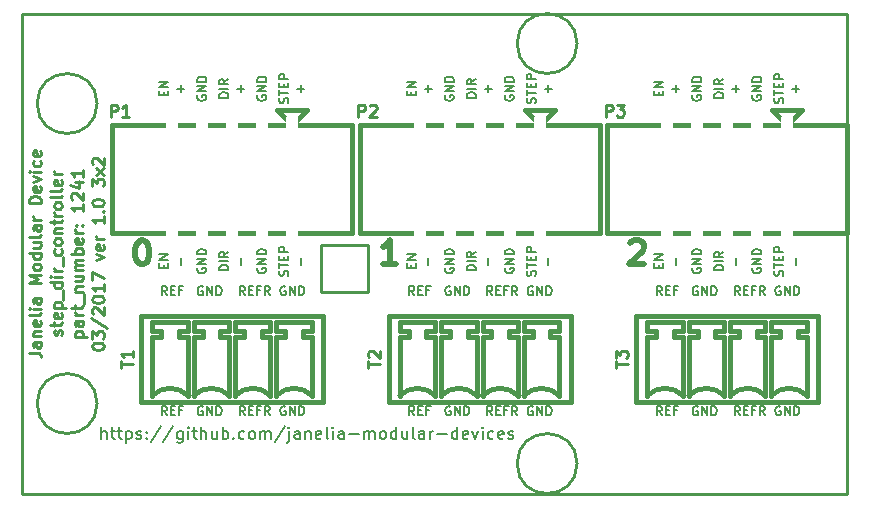
<source format=gto>
G04 #@! TF.GenerationSoftware,KiCad,Pcbnew,no-vcs-found-0f0cb64~58~ubuntu16.04.1*
G04 #@! TF.CreationDate,2017-03-29T15:35:21-04:00*
G04 #@! TF.ProjectId,step_dir_controller_3x2,737465705F6469725F636F6E74726F6C,1.0*
G04 #@! TF.FileFunction,Legend,Top*
G04 #@! TF.FilePolarity,Positive*
%FSLAX46Y46*%
G04 Gerber Fmt 4.6, Leading zero omitted, Abs format (unit mm)*
G04 Created by KiCad (PCBNEW no-vcs-found-0f0cb64~58~ubuntu16.04.1) date Wed Mar 29 15:35:21 2017*
%MOMM*%
%LPD*%
G01*
G04 APERTURE LIST*
%ADD10C,0.100000*%
%ADD11C,0.508000*%
%ADD12C,0.190500*%
%ADD13C,0.228600*%
%ADD14C,0.254000*%
%ADD15C,0.381000*%
%ADD16C,0.250000*%
%ADD17O,1.854200X2.540000*%
%ADD18R,1.854200X2.540000*%
%ADD19C,3.556000*%
%ADD20C,2.340000*%
%ADD21R,3.475000X3.475000*%
%ADD22R,1.016000X4.495800*%
G04 APERTURE END LIST*
D10*
D11*
X137214428Y-87980761D02*
X137311190Y-87884000D01*
X137504714Y-87787238D01*
X137988523Y-87787238D01*
X138182047Y-87884000D01*
X138278809Y-87980761D01*
X138375571Y-88174285D01*
X138375571Y-88367809D01*
X138278809Y-88658095D01*
X137117666Y-89819238D01*
X138375571Y-89819238D01*
X117420571Y-89819238D02*
X116259428Y-89819238D01*
X116840000Y-89819238D02*
X116840000Y-87787238D01*
X116646476Y-88077523D01*
X116452952Y-88271047D01*
X116259428Y-88367809D01*
X95788238Y-87787238D02*
X95981761Y-87787238D01*
X96175285Y-87884000D01*
X96272047Y-87980761D01*
X96368809Y-88174285D01*
X96465571Y-88561333D01*
X96465571Y-89045142D01*
X96368809Y-89432190D01*
X96272047Y-89625714D01*
X96175285Y-89722476D01*
X95981761Y-89819238D01*
X95788238Y-89819238D01*
X95594714Y-89722476D01*
X95497952Y-89625714D01*
X95401190Y-89432190D01*
X95304428Y-89045142D01*
X95304428Y-88561333D01*
X95401190Y-88174285D01*
X95497952Y-87980761D01*
X95594714Y-87884000D01*
X95788238Y-87787238D01*
D12*
X149914428Y-101854000D02*
X149841857Y-101817714D01*
X149733000Y-101817714D01*
X149624142Y-101854000D01*
X149551571Y-101926571D01*
X149515285Y-101999142D01*
X149479000Y-102144285D01*
X149479000Y-102253142D01*
X149515285Y-102398285D01*
X149551571Y-102470857D01*
X149624142Y-102543428D01*
X149733000Y-102579714D01*
X149805571Y-102579714D01*
X149914428Y-102543428D01*
X149950714Y-102507142D01*
X149950714Y-102253142D01*
X149805571Y-102253142D01*
X150277285Y-102579714D02*
X150277285Y-101817714D01*
X150712714Y-102579714D01*
X150712714Y-101817714D01*
X151075571Y-102579714D02*
X151075571Y-101817714D01*
X151257000Y-101817714D01*
X151365857Y-101854000D01*
X151438428Y-101926571D01*
X151474714Y-101999142D01*
X151511000Y-102144285D01*
X151511000Y-102253142D01*
X151474714Y-102398285D01*
X151438428Y-102470857D01*
X151365857Y-102543428D01*
X151257000Y-102579714D01*
X151075571Y-102579714D01*
X146503571Y-102579714D02*
X146249571Y-102216857D01*
X146068142Y-102579714D02*
X146068142Y-101817714D01*
X146358428Y-101817714D01*
X146431000Y-101854000D01*
X146467285Y-101890285D01*
X146503571Y-101962857D01*
X146503571Y-102071714D01*
X146467285Y-102144285D01*
X146431000Y-102180571D01*
X146358428Y-102216857D01*
X146068142Y-102216857D01*
X146830142Y-102180571D02*
X147084142Y-102180571D01*
X147193000Y-102579714D02*
X146830142Y-102579714D01*
X146830142Y-101817714D01*
X147193000Y-101817714D01*
X147773571Y-102180571D02*
X147519571Y-102180571D01*
X147519571Y-102579714D02*
X147519571Y-101817714D01*
X147882428Y-101817714D01*
X148608142Y-102579714D02*
X148354142Y-102216857D01*
X148172714Y-102579714D02*
X148172714Y-101817714D01*
X148463000Y-101817714D01*
X148535571Y-101854000D01*
X148571857Y-101890285D01*
X148608142Y-101962857D01*
X148608142Y-102071714D01*
X148571857Y-102144285D01*
X148535571Y-102180571D01*
X148463000Y-102216857D01*
X148172714Y-102216857D01*
X142929428Y-101854000D02*
X142856857Y-101817714D01*
X142748000Y-101817714D01*
X142639142Y-101854000D01*
X142566571Y-101926571D01*
X142530285Y-101999142D01*
X142494000Y-102144285D01*
X142494000Y-102253142D01*
X142530285Y-102398285D01*
X142566571Y-102470857D01*
X142639142Y-102543428D01*
X142748000Y-102579714D01*
X142820571Y-102579714D01*
X142929428Y-102543428D01*
X142965714Y-102507142D01*
X142965714Y-102253142D01*
X142820571Y-102253142D01*
X143292285Y-102579714D02*
X143292285Y-101817714D01*
X143727714Y-102579714D01*
X143727714Y-101817714D01*
X144090571Y-102579714D02*
X144090571Y-101817714D01*
X144272000Y-101817714D01*
X144380857Y-101854000D01*
X144453428Y-101926571D01*
X144489714Y-101999142D01*
X144526000Y-102144285D01*
X144526000Y-102253142D01*
X144489714Y-102398285D01*
X144453428Y-102470857D01*
X144380857Y-102543428D01*
X144272000Y-102579714D01*
X144090571Y-102579714D01*
X139899571Y-102579714D02*
X139645571Y-102216857D01*
X139464142Y-102579714D02*
X139464142Y-101817714D01*
X139754428Y-101817714D01*
X139827000Y-101854000D01*
X139863285Y-101890285D01*
X139899571Y-101962857D01*
X139899571Y-102071714D01*
X139863285Y-102144285D01*
X139827000Y-102180571D01*
X139754428Y-102216857D01*
X139464142Y-102216857D01*
X140226142Y-102180571D02*
X140480142Y-102180571D01*
X140589000Y-102579714D02*
X140226142Y-102579714D01*
X140226142Y-101817714D01*
X140589000Y-101817714D01*
X141169571Y-102180571D02*
X140915571Y-102180571D01*
X140915571Y-102579714D02*
X140915571Y-101817714D01*
X141278428Y-101817714D01*
X149914428Y-91694000D02*
X149841857Y-91657714D01*
X149733000Y-91657714D01*
X149624142Y-91694000D01*
X149551571Y-91766571D01*
X149515285Y-91839142D01*
X149479000Y-91984285D01*
X149479000Y-92093142D01*
X149515285Y-92238285D01*
X149551571Y-92310857D01*
X149624142Y-92383428D01*
X149733000Y-92419714D01*
X149805571Y-92419714D01*
X149914428Y-92383428D01*
X149950714Y-92347142D01*
X149950714Y-92093142D01*
X149805571Y-92093142D01*
X150277285Y-92419714D02*
X150277285Y-91657714D01*
X150712714Y-92419714D01*
X150712714Y-91657714D01*
X151075571Y-92419714D02*
X151075571Y-91657714D01*
X151257000Y-91657714D01*
X151365857Y-91694000D01*
X151438428Y-91766571D01*
X151474714Y-91839142D01*
X151511000Y-91984285D01*
X151511000Y-92093142D01*
X151474714Y-92238285D01*
X151438428Y-92310857D01*
X151365857Y-92383428D01*
X151257000Y-92419714D01*
X151075571Y-92419714D01*
X146503571Y-92419714D02*
X146249571Y-92056857D01*
X146068142Y-92419714D02*
X146068142Y-91657714D01*
X146358428Y-91657714D01*
X146431000Y-91694000D01*
X146467285Y-91730285D01*
X146503571Y-91802857D01*
X146503571Y-91911714D01*
X146467285Y-91984285D01*
X146431000Y-92020571D01*
X146358428Y-92056857D01*
X146068142Y-92056857D01*
X146830142Y-92020571D02*
X147084142Y-92020571D01*
X147193000Y-92419714D02*
X146830142Y-92419714D01*
X146830142Y-91657714D01*
X147193000Y-91657714D01*
X147773571Y-92020571D02*
X147519571Y-92020571D01*
X147519571Y-92419714D02*
X147519571Y-91657714D01*
X147882428Y-91657714D01*
X148608142Y-92419714D02*
X148354142Y-92056857D01*
X148172714Y-92419714D02*
X148172714Y-91657714D01*
X148463000Y-91657714D01*
X148535571Y-91694000D01*
X148571857Y-91730285D01*
X148608142Y-91802857D01*
X148608142Y-91911714D01*
X148571857Y-91984285D01*
X148535571Y-92020571D01*
X148463000Y-92056857D01*
X148172714Y-92056857D01*
X142929428Y-91694000D02*
X142856857Y-91657714D01*
X142748000Y-91657714D01*
X142639142Y-91694000D01*
X142566571Y-91766571D01*
X142530285Y-91839142D01*
X142494000Y-91984285D01*
X142494000Y-92093142D01*
X142530285Y-92238285D01*
X142566571Y-92310857D01*
X142639142Y-92383428D01*
X142748000Y-92419714D01*
X142820571Y-92419714D01*
X142929428Y-92383428D01*
X142965714Y-92347142D01*
X142965714Y-92093142D01*
X142820571Y-92093142D01*
X143292285Y-92419714D02*
X143292285Y-91657714D01*
X143727714Y-92419714D01*
X143727714Y-91657714D01*
X144090571Y-92419714D02*
X144090571Y-91657714D01*
X144272000Y-91657714D01*
X144380857Y-91694000D01*
X144453428Y-91766571D01*
X144489714Y-91839142D01*
X144526000Y-91984285D01*
X144526000Y-92093142D01*
X144489714Y-92238285D01*
X144453428Y-92310857D01*
X144380857Y-92383428D01*
X144272000Y-92419714D01*
X144090571Y-92419714D01*
X139899571Y-92419714D02*
X139645571Y-92056857D01*
X139464142Y-92419714D02*
X139464142Y-91657714D01*
X139754428Y-91657714D01*
X139827000Y-91694000D01*
X139863285Y-91730285D01*
X139899571Y-91802857D01*
X139899571Y-91911714D01*
X139863285Y-91984285D01*
X139827000Y-92020571D01*
X139754428Y-92056857D01*
X139464142Y-92056857D01*
X140226142Y-92020571D02*
X140480142Y-92020571D01*
X140589000Y-92419714D02*
X140226142Y-92419714D01*
X140226142Y-91657714D01*
X140589000Y-91657714D01*
X141169571Y-92020571D02*
X140915571Y-92020571D01*
X140915571Y-92419714D02*
X140915571Y-91657714D01*
X141278428Y-91657714D01*
X128959428Y-101854000D02*
X128886857Y-101817714D01*
X128778000Y-101817714D01*
X128669142Y-101854000D01*
X128596571Y-101926571D01*
X128560285Y-101999142D01*
X128524000Y-102144285D01*
X128524000Y-102253142D01*
X128560285Y-102398285D01*
X128596571Y-102470857D01*
X128669142Y-102543428D01*
X128778000Y-102579714D01*
X128850571Y-102579714D01*
X128959428Y-102543428D01*
X128995714Y-102507142D01*
X128995714Y-102253142D01*
X128850571Y-102253142D01*
X129322285Y-102579714D02*
X129322285Y-101817714D01*
X129757714Y-102579714D01*
X129757714Y-101817714D01*
X130120571Y-102579714D02*
X130120571Y-101817714D01*
X130302000Y-101817714D01*
X130410857Y-101854000D01*
X130483428Y-101926571D01*
X130519714Y-101999142D01*
X130556000Y-102144285D01*
X130556000Y-102253142D01*
X130519714Y-102398285D01*
X130483428Y-102470857D01*
X130410857Y-102543428D01*
X130302000Y-102579714D01*
X130120571Y-102579714D01*
X125548571Y-102579714D02*
X125294571Y-102216857D01*
X125113142Y-102579714D02*
X125113142Y-101817714D01*
X125403428Y-101817714D01*
X125476000Y-101854000D01*
X125512285Y-101890285D01*
X125548571Y-101962857D01*
X125548571Y-102071714D01*
X125512285Y-102144285D01*
X125476000Y-102180571D01*
X125403428Y-102216857D01*
X125113142Y-102216857D01*
X125875142Y-102180571D02*
X126129142Y-102180571D01*
X126238000Y-102579714D02*
X125875142Y-102579714D01*
X125875142Y-101817714D01*
X126238000Y-101817714D01*
X126818571Y-102180571D02*
X126564571Y-102180571D01*
X126564571Y-102579714D02*
X126564571Y-101817714D01*
X126927428Y-101817714D01*
X127653142Y-102579714D02*
X127399142Y-102216857D01*
X127217714Y-102579714D02*
X127217714Y-101817714D01*
X127508000Y-101817714D01*
X127580571Y-101854000D01*
X127616857Y-101890285D01*
X127653142Y-101962857D01*
X127653142Y-102071714D01*
X127616857Y-102144285D01*
X127580571Y-102180571D01*
X127508000Y-102216857D01*
X127217714Y-102216857D01*
X121974428Y-101854000D02*
X121901857Y-101817714D01*
X121793000Y-101817714D01*
X121684142Y-101854000D01*
X121611571Y-101926571D01*
X121575285Y-101999142D01*
X121539000Y-102144285D01*
X121539000Y-102253142D01*
X121575285Y-102398285D01*
X121611571Y-102470857D01*
X121684142Y-102543428D01*
X121793000Y-102579714D01*
X121865571Y-102579714D01*
X121974428Y-102543428D01*
X122010714Y-102507142D01*
X122010714Y-102253142D01*
X121865571Y-102253142D01*
X122337285Y-102579714D02*
X122337285Y-101817714D01*
X122772714Y-102579714D01*
X122772714Y-101817714D01*
X123135571Y-102579714D02*
X123135571Y-101817714D01*
X123317000Y-101817714D01*
X123425857Y-101854000D01*
X123498428Y-101926571D01*
X123534714Y-101999142D01*
X123571000Y-102144285D01*
X123571000Y-102253142D01*
X123534714Y-102398285D01*
X123498428Y-102470857D01*
X123425857Y-102543428D01*
X123317000Y-102579714D01*
X123135571Y-102579714D01*
X118944571Y-102579714D02*
X118690571Y-102216857D01*
X118509142Y-102579714D02*
X118509142Y-101817714D01*
X118799428Y-101817714D01*
X118872000Y-101854000D01*
X118908285Y-101890285D01*
X118944571Y-101962857D01*
X118944571Y-102071714D01*
X118908285Y-102144285D01*
X118872000Y-102180571D01*
X118799428Y-102216857D01*
X118509142Y-102216857D01*
X119271142Y-102180571D02*
X119525142Y-102180571D01*
X119634000Y-102579714D02*
X119271142Y-102579714D01*
X119271142Y-101817714D01*
X119634000Y-101817714D01*
X120214571Y-102180571D02*
X119960571Y-102180571D01*
X119960571Y-102579714D02*
X119960571Y-101817714D01*
X120323428Y-101817714D01*
X128959428Y-91694000D02*
X128886857Y-91657714D01*
X128778000Y-91657714D01*
X128669142Y-91694000D01*
X128596571Y-91766571D01*
X128560285Y-91839142D01*
X128524000Y-91984285D01*
X128524000Y-92093142D01*
X128560285Y-92238285D01*
X128596571Y-92310857D01*
X128669142Y-92383428D01*
X128778000Y-92419714D01*
X128850571Y-92419714D01*
X128959428Y-92383428D01*
X128995714Y-92347142D01*
X128995714Y-92093142D01*
X128850571Y-92093142D01*
X129322285Y-92419714D02*
X129322285Y-91657714D01*
X129757714Y-92419714D01*
X129757714Y-91657714D01*
X130120571Y-92419714D02*
X130120571Y-91657714D01*
X130302000Y-91657714D01*
X130410857Y-91694000D01*
X130483428Y-91766571D01*
X130519714Y-91839142D01*
X130556000Y-91984285D01*
X130556000Y-92093142D01*
X130519714Y-92238285D01*
X130483428Y-92310857D01*
X130410857Y-92383428D01*
X130302000Y-92419714D01*
X130120571Y-92419714D01*
X125548571Y-92419714D02*
X125294571Y-92056857D01*
X125113142Y-92419714D02*
X125113142Y-91657714D01*
X125403428Y-91657714D01*
X125476000Y-91694000D01*
X125512285Y-91730285D01*
X125548571Y-91802857D01*
X125548571Y-91911714D01*
X125512285Y-91984285D01*
X125476000Y-92020571D01*
X125403428Y-92056857D01*
X125113142Y-92056857D01*
X125875142Y-92020571D02*
X126129142Y-92020571D01*
X126238000Y-92419714D02*
X125875142Y-92419714D01*
X125875142Y-91657714D01*
X126238000Y-91657714D01*
X126818571Y-92020571D02*
X126564571Y-92020571D01*
X126564571Y-92419714D02*
X126564571Y-91657714D01*
X126927428Y-91657714D01*
X127653142Y-92419714D02*
X127399142Y-92056857D01*
X127217714Y-92419714D02*
X127217714Y-91657714D01*
X127508000Y-91657714D01*
X127580571Y-91694000D01*
X127616857Y-91730285D01*
X127653142Y-91802857D01*
X127653142Y-91911714D01*
X127616857Y-91984285D01*
X127580571Y-92020571D01*
X127508000Y-92056857D01*
X127217714Y-92056857D01*
X121974428Y-91694000D02*
X121901857Y-91657714D01*
X121793000Y-91657714D01*
X121684142Y-91694000D01*
X121611571Y-91766571D01*
X121575285Y-91839142D01*
X121539000Y-91984285D01*
X121539000Y-92093142D01*
X121575285Y-92238285D01*
X121611571Y-92310857D01*
X121684142Y-92383428D01*
X121793000Y-92419714D01*
X121865571Y-92419714D01*
X121974428Y-92383428D01*
X122010714Y-92347142D01*
X122010714Y-92093142D01*
X121865571Y-92093142D01*
X122337285Y-92419714D02*
X122337285Y-91657714D01*
X122772714Y-92419714D01*
X122772714Y-91657714D01*
X123135571Y-92419714D02*
X123135571Y-91657714D01*
X123317000Y-91657714D01*
X123425857Y-91694000D01*
X123498428Y-91766571D01*
X123534714Y-91839142D01*
X123571000Y-91984285D01*
X123571000Y-92093142D01*
X123534714Y-92238285D01*
X123498428Y-92310857D01*
X123425857Y-92383428D01*
X123317000Y-92419714D01*
X123135571Y-92419714D01*
X118944571Y-92419714D02*
X118690571Y-92056857D01*
X118509142Y-92419714D02*
X118509142Y-91657714D01*
X118799428Y-91657714D01*
X118872000Y-91694000D01*
X118908285Y-91730285D01*
X118944571Y-91802857D01*
X118944571Y-91911714D01*
X118908285Y-91984285D01*
X118872000Y-92020571D01*
X118799428Y-92056857D01*
X118509142Y-92056857D01*
X119271142Y-92020571D02*
X119525142Y-92020571D01*
X119634000Y-92419714D02*
X119271142Y-92419714D01*
X119271142Y-91657714D01*
X119634000Y-91657714D01*
X120214571Y-92020571D02*
X119960571Y-92020571D01*
X119960571Y-92419714D02*
X119960571Y-91657714D01*
X120323428Y-91657714D01*
X108004428Y-101854000D02*
X107931857Y-101817714D01*
X107823000Y-101817714D01*
X107714142Y-101854000D01*
X107641571Y-101926571D01*
X107605285Y-101999142D01*
X107569000Y-102144285D01*
X107569000Y-102253142D01*
X107605285Y-102398285D01*
X107641571Y-102470857D01*
X107714142Y-102543428D01*
X107823000Y-102579714D01*
X107895571Y-102579714D01*
X108004428Y-102543428D01*
X108040714Y-102507142D01*
X108040714Y-102253142D01*
X107895571Y-102253142D01*
X108367285Y-102579714D02*
X108367285Y-101817714D01*
X108802714Y-102579714D01*
X108802714Y-101817714D01*
X109165571Y-102579714D02*
X109165571Y-101817714D01*
X109347000Y-101817714D01*
X109455857Y-101854000D01*
X109528428Y-101926571D01*
X109564714Y-101999142D01*
X109601000Y-102144285D01*
X109601000Y-102253142D01*
X109564714Y-102398285D01*
X109528428Y-102470857D01*
X109455857Y-102543428D01*
X109347000Y-102579714D01*
X109165571Y-102579714D01*
X104593571Y-102579714D02*
X104339571Y-102216857D01*
X104158142Y-102579714D02*
X104158142Y-101817714D01*
X104448428Y-101817714D01*
X104521000Y-101854000D01*
X104557285Y-101890285D01*
X104593571Y-101962857D01*
X104593571Y-102071714D01*
X104557285Y-102144285D01*
X104521000Y-102180571D01*
X104448428Y-102216857D01*
X104158142Y-102216857D01*
X104920142Y-102180571D02*
X105174142Y-102180571D01*
X105283000Y-102579714D02*
X104920142Y-102579714D01*
X104920142Y-101817714D01*
X105283000Y-101817714D01*
X105863571Y-102180571D02*
X105609571Y-102180571D01*
X105609571Y-102579714D02*
X105609571Y-101817714D01*
X105972428Y-101817714D01*
X106698142Y-102579714D02*
X106444142Y-102216857D01*
X106262714Y-102579714D02*
X106262714Y-101817714D01*
X106553000Y-101817714D01*
X106625571Y-101854000D01*
X106661857Y-101890285D01*
X106698142Y-101962857D01*
X106698142Y-102071714D01*
X106661857Y-102144285D01*
X106625571Y-102180571D01*
X106553000Y-102216857D01*
X106262714Y-102216857D01*
X108004428Y-91694000D02*
X107931857Y-91657714D01*
X107823000Y-91657714D01*
X107714142Y-91694000D01*
X107641571Y-91766571D01*
X107605285Y-91839142D01*
X107569000Y-91984285D01*
X107569000Y-92093142D01*
X107605285Y-92238285D01*
X107641571Y-92310857D01*
X107714142Y-92383428D01*
X107823000Y-92419714D01*
X107895571Y-92419714D01*
X108004428Y-92383428D01*
X108040714Y-92347142D01*
X108040714Y-92093142D01*
X107895571Y-92093142D01*
X108367285Y-92419714D02*
X108367285Y-91657714D01*
X108802714Y-92419714D01*
X108802714Y-91657714D01*
X109165571Y-92419714D02*
X109165571Y-91657714D01*
X109347000Y-91657714D01*
X109455857Y-91694000D01*
X109528428Y-91766571D01*
X109564714Y-91839142D01*
X109601000Y-91984285D01*
X109601000Y-92093142D01*
X109564714Y-92238285D01*
X109528428Y-92310857D01*
X109455857Y-92383428D01*
X109347000Y-92419714D01*
X109165571Y-92419714D01*
X104593571Y-92419714D02*
X104339571Y-92056857D01*
X104158142Y-92419714D02*
X104158142Y-91657714D01*
X104448428Y-91657714D01*
X104521000Y-91694000D01*
X104557285Y-91730285D01*
X104593571Y-91802857D01*
X104593571Y-91911714D01*
X104557285Y-91984285D01*
X104521000Y-92020571D01*
X104448428Y-92056857D01*
X104158142Y-92056857D01*
X104920142Y-92020571D02*
X105174142Y-92020571D01*
X105283000Y-92419714D02*
X104920142Y-92419714D01*
X104920142Y-91657714D01*
X105283000Y-91657714D01*
X105863571Y-92020571D02*
X105609571Y-92020571D01*
X105609571Y-92419714D02*
X105609571Y-91657714D01*
X105972428Y-91657714D01*
X106698142Y-92419714D02*
X106444142Y-92056857D01*
X106262714Y-92419714D02*
X106262714Y-91657714D01*
X106553000Y-91657714D01*
X106625571Y-91694000D01*
X106661857Y-91730285D01*
X106698142Y-91802857D01*
X106698142Y-91911714D01*
X106661857Y-91984285D01*
X106625571Y-92020571D01*
X106553000Y-92056857D01*
X106262714Y-92056857D01*
X101019428Y-101854000D02*
X100946857Y-101817714D01*
X100838000Y-101817714D01*
X100729142Y-101854000D01*
X100656571Y-101926571D01*
X100620285Y-101999142D01*
X100584000Y-102144285D01*
X100584000Y-102253142D01*
X100620285Y-102398285D01*
X100656571Y-102470857D01*
X100729142Y-102543428D01*
X100838000Y-102579714D01*
X100910571Y-102579714D01*
X101019428Y-102543428D01*
X101055714Y-102507142D01*
X101055714Y-102253142D01*
X100910571Y-102253142D01*
X101382285Y-102579714D02*
X101382285Y-101817714D01*
X101817714Y-102579714D01*
X101817714Y-101817714D01*
X102180571Y-102579714D02*
X102180571Y-101817714D01*
X102362000Y-101817714D01*
X102470857Y-101854000D01*
X102543428Y-101926571D01*
X102579714Y-101999142D01*
X102616000Y-102144285D01*
X102616000Y-102253142D01*
X102579714Y-102398285D01*
X102543428Y-102470857D01*
X102470857Y-102543428D01*
X102362000Y-102579714D01*
X102180571Y-102579714D01*
X97989571Y-102579714D02*
X97735571Y-102216857D01*
X97554142Y-102579714D02*
X97554142Y-101817714D01*
X97844428Y-101817714D01*
X97917000Y-101854000D01*
X97953285Y-101890285D01*
X97989571Y-101962857D01*
X97989571Y-102071714D01*
X97953285Y-102144285D01*
X97917000Y-102180571D01*
X97844428Y-102216857D01*
X97554142Y-102216857D01*
X98316142Y-102180571D02*
X98570142Y-102180571D01*
X98679000Y-102579714D02*
X98316142Y-102579714D01*
X98316142Y-101817714D01*
X98679000Y-101817714D01*
X99259571Y-102180571D02*
X99005571Y-102180571D01*
X99005571Y-102579714D02*
X99005571Y-101817714D01*
X99368428Y-101817714D01*
X97989571Y-92419714D02*
X97735571Y-92056857D01*
X97554142Y-92419714D02*
X97554142Y-91657714D01*
X97844428Y-91657714D01*
X97917000Y-91694000D01*
X97953285Y-91730285D01*
X97989571Y-91802857D01*
X97989571Y-91911714D01*
X97953285Y-91984285D01*
X97917000Y-92020571D01*
X97844428Y-92056857D01*
X97554142Y-92056857D01*
X98316142Y-92020571D02*
X98570142Y-92020571D01*
X98679000Y-92419714D02*
X98316142Y-92419714D01*
X98316142Y-91657714D01*
X98679000Y-91657714D01*
X99259571Y-92020571D02*
X99005571Y-92020571D01*
X99005571Y-92419714D02*
X99005571Y-91657714D01*
X99368428Y-91657714D01*
X101019428Y-91694000D02*
X100946857Y-91657714D01*
X100838000Y-91657714D01*
X100729142Y-91694000D01*
X100656571Y-91766571D01*
X100620285Y-91839142D01*
X100584000Y-91984285D01*
X100584000Y-92093142D01*
X100620285Y-92238285D01*
X100656571Y-92310857D01*
X100729142Y-92383428D01*
X100838000Y-92419714D01*
X100910571Y-92419714D01*
X101019428Y-92383428D01*
X101055714Y-92347142D01*
X101055714Y-92093142D01*
X100910571Y-92093142D01*
X101382285Y-92419714D02*
X101382285Y-91657714D01*
X101817714Y-92419714D01*
X101817714Y-91657714D01*
X102180571Y-92419714D02*
X102180571Y-91657714D01*
X102362000Y-91657714D01*
X102470857Y-91694000D01*
X102543428Y-91766571D01*
X102579714Y-91839142D01*
X102616000Y-91984285D01*
X102616000Y-92093142D01*
X102579714Y-92238285D01*
X102543428Y-92310857D01*
X102470857Y-92383428D01*
X102362000Y-92419714D01*
X102180571Y-92419714D01*
X124137964Y-90297000D02*
X123375964Y-90297000D01*
X123375964Y-90115571D01*
X123412250Y-90006714D01*
X123484821Y-89934142D01*
X123557392Y-89897857D01*
X123702535Y-89861571D01*
X123811392Y-89861571D01*
X123956535Y-89897857D01*
X124029107Y-89934142D01*
X124101678Y-90006714D01*
X124137964Y-90115571D01*
X124137964Y-90297000D01*
X124137964Y-89535000D02*
X123375964Y-89535000D01*
X124137964Y-88736714D02*
X123775107Y-88990714D01*
X124137964Y-89172142D02*
X123375964Y-89172142D01*
X123375964Y-88881857D01*
X123412250Y-88809285D01*
X123448535Y-88773000D01*
X123521107Y-88736714D01*
X123629964Y-88736714D01*
X123702535Y-88773000D01*
X123738821Y-88809285D01*
X123775107Y-88881857D01*
X123775107Y-89172142D01*
X125181178Y-89825285D02*
X125181178Y-89244714D01*
X145092964Y-90297000D02*
X144330964Y-90297000D01*
X144330964Y-90115571D01*
X144367250Y-90006714D01*
X144439821Y-89934142D01*
X144512392Y-89897857D01*
X144657535Y-89861571D01*
X144766392Y-89861571D01*
X144911535Y-89897857D01*
X144984107Y-89934142D01*
X145056678Y-90006714D01*
X145092964Y-90115571D01*
X145092964Y-90297000D01*
X145092964Y-89535000D02*
X144330964Y-89535000D01*
X145092964Y-88736714D02*
X144730107Y-88990714D01*
X145092964Y-89172142D02*
X144330964Y-89172142D01*
X144330964Y-88881857D01*
X144367250Y-88809285D01*
X144403535Y-88773000D01*
X144476107Y-88736714D01*
X144584964Y-88736714D01*
X144657535Y-88773000D01*
X144693821Y-88809285D01*
X144730107Y-88881857D01*
X144730107Y-89172142D01*
X146136178Y-89825285D02*
X146136178Y-89244714D01*
X150136678Y-90768714D02*
X150172964Y-90659857D01*
X150172964Y-90478428D01*
X150136678Y-90405857D01*
X150100392Y-90369571D01*
X150027821Y-90333285D01*
X149955250Y-90333285D01*
X149882678Y-90369571D01*
X149846392Y-90405857D01*
X149810107Y-90478428D01*
X149773821Y-90623571D01*
X149737535Y-90696142D01*
X149701250Y-90732428D01*
X149628678Y-90768714D01*
X149556107Y-90768714D01*
X149483535Y-90732428D01*
X149447250Y-90696142D01*
X149410964Y-90623571D01*
X149410964Y-90442142D01*
X149447250Y-90333285D01*
X149410964Y-90115571D02*
X149410964Y-89680142D01*
X150172964Y-89897857D02*
X149410964Y-89897857D01*
X149773821Y-89426142D02*
X149773821Y-89172142D01*
X150172964Y-89063285D02*
X150172964Y-89426142D01*
X149410964Y-89426142D01*
X149410964Y-89063285D01*
X150172964Y-88736714D02*
X149410964Y-88736714D01*
X149410964Y-88446428D01*
X149447250Y-88373857D01*
X149483535Y-88337571D01*
X149556107Y-88301285D01*
X149664964Y-88301285D01*
X149737535Y-88337571D01*
X149773821Y-88373857D01*
X149810107Y-88446428D01*
X149810107Y-88736714D01*
X151216178Y-89825285D02*
X151216178Y-89244714D01*
X129181678Y-90768714D02*
X129217964Y-90659857D01*
X129217964Y-90478428D01*
X129181678Y-90405857D01*
X129145392Y-90369571D01*
X129072821Y-90333285D01*
X129000250Y-90333285D01*
X128927678Y-90369571D01*
X128891392Y-90405857D01*
X128855107Y-90478428D01*
X128818821Y-90623571D01*
X128782535Y-90696142D01*
X128746250Y-90732428D01*
X128673678Y-90768714D01*
X128601107Y-90768714D01*
X128528535Y-90732428D01*
X128492250Y-90696142D01*
X128455964Y-90623571D01*
X128455964Y-90442142D01*
X128492250Y-90333285D01*
X128455964Y-90115571D02*
X128455964Y-89680142D01*
X129217964Y-89897857D02*
X128455964Y-89897857D01*
X128818821Y-89426142D02*
X128818821Y-89172142D01*
X129217964Y-89063285D02*
X129217964Y-89426142D01*
X128455964Y-89426142D01*
X128455964Y-89063285D01*
X129217964Y-88736714D02*
X128455964Y-88736714D01*
X128455964Y-88446428D01*
X128492250Y-88373857D01*
X128528535Y-88337571D01*
X128601107Y-88301285D01*
X128709964Y-88301285D01*
X128782535Y-88337571D01*
X128818821Y-88373857D01*
X128855107Y-88446428D01*
X128855107Y-88736714D01*
X130261178Y-89825285D02*
X130261178Y-89244714D01*
X139613821Y-90097428D02*
X139613821Y-89843428D01*
X140012964Y-89734571D02*
X140012964Y-90097428D01*
X139250964Y-90097428D01*
X139250964Y-89734571D01*
X140012964Y-89408000D02*
X139250964Y-89408000D01*
X140012964Y-88972571D01*
X139250964Y-88972571D01*
X141056178Y-89825285D02*
X141056178Y-89244714D01*
X118658821Y-90097428D02*
X118658821Y-89843428D01*
X119057964Y-89734571D02*
X119057964Y-90097428D01*
X118295964Y-90097428D01*
X118295964Y-89734571D01*
X119057964Y-89408000D02*
X118295964Y-89408000D01*
X119057964Y-88972571D01*
X118295964Y-88972571D01*
X120101178Y-89825285D02*
X120101178Y-89244714D01*
X139613821Y-75492428D02*
X139613821Y-75238428D01*
X140012964Y-75129571D02*
X140012964Y-75492428D01*
X139250964Y-75492428D01*
X139250964Y-75129571D01*
X140012964Y-74803000D02*
X139250964Y-74803000D01*
X140012964Y-74367571D01*
X139250964Y-74367571D01*
X141056178Y-75220285D02*
X141056178Y-74639714D01*
X141346464Y-74930000D02*
X140765892Y-74930000D01*
X118658821Y-75492428D02*
X118658821Y-75238428D01*
X119057964Y-75129571D02*
X119057964Y-75492428D01*
X118295964Y-75492428D01*
X118295964Y-75129571D01*
X119057964Y-74803000D02*
X118295964Y-74803000D01*
X119057964Y-74367571D01*
X118295964Y-74367571D01*
X120101178Y-75220285D02*
X120101178Y-74639714D01*
X120391464Y-74930000D02*
X119810892Y-74930000D01*
X145092964Y-75692000D02*
X144330964Y-75692000D01*
X144330964Y-75510571D01*
X144367250Y-75401714D01*
X144439821Y-75329142D01*
X144512392Y-75292857D01*
X144657535Y-75256571D01*
X144766392Y-75256571D01*
X144911535Y-75292857D01*
X144984107Y-75329142D01*
X145056678Y-75401714D01*
X145092964Y-75510571D01*
X145092964Y-75692000D01*
X145092964Y-74930000D02*
X144330964Y-74930000D01*
X145092964Y-74131714D02*
X144730107Y-74385714D01*
X145092964Y-74567142D02*
X144330964Y-74567142D01*
X144330964Y-74276857D01*
X144367250Y-74204285D01*
X144403535Y-74168000D01*
X144476107Y-74131714D01*
X144584964Y-74131714D01*
X144657535Y-74168000D01*
X144693821Y-74204285D01*
X144730107Y-74276857D01*
X144730107Y-74567142D01*
X146136178Y-75220285D02*
X146136178Y-74639714D01*
X146426464Y-74930000D02*
X145845892Y-74930000D01*
X124137964Y-75692000D02*
X123375964Y-75692000D01*
X123375964Y-75510571D01*
X123412250Y-75401714D01*
X123484821Y-75329142D01*
X123557392Y-75292857D01*
X123702535Y-75256571D01*
X123811392Y-75256571D01*
X123956535Y-75292857D01*
X124029107Y-75329142D01*
X124101678Y-75401714D01*
X124137964Y-75510571D01*
X124137964Y-75692000D01*
X124137964Y-74930000D02*
X123375964Y-74930000D01*
X124137964Y-74131714D02*
X123775107Y-74385714D01*
X124137964Y-74567142D02*
X123375964Y-74567142D01*
X123375964Y-74276857D01*
X123412250Y-74204285D01*
X123448535Y-74168000D01*
X123521107Y-74131714D01*
X123629964Y-74131714D01*
X123702535Y-74168000D01*
X123738821Y-74204285D01*
X123775107Y-74276857D01*
X123775107Y-74567142D01*
X125181178Y-75220285D02*
X125181178Y-74639714D01*
X125471464Y-74930000D02*
X124890892Y-74930000D01*
X150136678Y-76163714D02*
X150172964Y-76054857D01*
X150172964Y-75873428D01*
X150136678Y-75800857D01*
X150100392Y-75764571D01*
X150027821Y-75728285D01*
X149955250Y-75728285D01*
X149882678Y-75764571D01*
X149846392Y-75800857D01*
X149810107Y-75873428D01*
X149773821Y-76018571D01*
X149737535Y-76091142D01*
X149701250Y-76127428D01*
X149628678Y-76163714D01*
X149556107Y-76163714D01*
X149483535Y-76127428D01*
X149447250Y-76091142D01*
X149410964Y-76018571D01*
X149410964Y-75837142D01*
X149447250Y-75728285D01*
X149410964Y-75510571D02*
X149410964Y-75075142D01*
X150172964Y-75292857D02*
X149410964Y-75292857D01*
X149773821Y-74821142D02*
X149773821Y-74567142D01*
X150172964Y-74458285D02*
X150172964Y-74821142D01*
X149410964Y-74821142D01*
X149410964Y-74458285D01*
X150172964Y-74131714D02*
X149410964Y-74131714D01*
X149410964Y-73841428D01*
X149447250Y-73768857D01*
X149483535Y-73732571D01*
X149556107Y-73696285D01*
X149664964Y-73696285D01*
X149737535Y-73732571D01*
X149773821Y-73768857D01*
X149810107Y-73841428D01*
X149810107Y-74131714D01*
X151216178Y-75220285D02*
X151216178Y-74639714D01*
X151506464Y-74930000D02*
X150925892Y-74930000D01*
X142494000Y-90115571D02*
X142457714Y-90188142D01*
X142457714Y-90297000D01*
X142494000Y-90405857D01*
X142566571Y-90478428D01*
X142639142Y-90514714D01*
X142784285Y-90551000D01*
X142893142Y-90551000D01*
X143038285Y-90514714D01*
X143110857Y-90478428D01*
X143183428Y-90405857D01*
X143219714Y-90297000D01*
X143219714Y-90224428D01*
X143183428Y-90115571D01*
X143147142Y-90079285D01*
X142893142Y-90079285D01*
X142893142Y-90224428D01*
X143219714Y-89752714D02*
X142457714Y-89752714D01*
X143219714Y-89317285D01*
X142457714Y-89317285D01*
X143219714Y-88954428D02*
X142457714Y-88954428D01*
X142457714Y-88773000D01*
X142494000Y-88664142D01*
X142566571Y-88591571D01*
X142639142Y-88555285D01*
X142784285Y-88519000D01*
X142893142Y-88519000D01*
X143038285Y-88555285D01*
X143110857Y-88591571D01*
X143183428Y-88664142D01*
X143219714Y-88773000D01*
X143219714Y-88954428D01*
X147574000Y-90115571D02*
X147537714Y-90188142D01*
X147537714Y-90297000D01*
X147574000Y-90405857D01*
X147646571Y-90478428D01*
X147719142Y-90514714D01*
X147864285Y-90551000D01*
X147973142Y-90551000D01*
X148118285Y-90514714D01*
X148190857Y-90478428D01*
X148263428Y-90405857D01*
X148299714Y-90297000D01*
X148299714Y-90224428D01*
X148263428Y-90115571D01*
X148227142Y-90079285D01*
X147973142Y-90079285D01*
X147973142Y-90224428D01*
X148299714Y-89752714D02*
X147537714Y-89752714D01*
X148299714Y-89317285D01*
X147537714Y-89317285D01*
X148299714Y-88954428D02*
X147537714Y-88954428D01*
X147537714Y-88773000D01*
X147574000Y-88664142D01*
X147646571Y-88591571D01*
X147719142Y-88555285D01*
X147864285Y-88519000D01*
X147973142Y-88519000D01*
X148118285Y-88555285D01*
X148190857Y-88591571D01*
X148263428Y-88664142D01*
X148299714Y-88773000D01*
X148299714Y-88954428D01*
X147574000Y-75510571D02*
X147537714Y-75583142D01*
X147537714Y-75692000D01*
X147574000Y-75800857D01*
X147646571Y-75873428D01*
X147719142Y-75909714D01*
X147864285Y-75946000D01*
X147973142Y-75946000D01*
X148118285Y-75909714D01*
X148190857Y-75873428D01*
X148263428Y-75800857D01*
X148299714Y-75692000D01*
X148299714Y-75619428D01*
X148263428Y-75510571D01*
X148227142Y-75474285D01*
X147973142Y-75474285D01*
X147973142Y-75619428D01*
X148299714Y-75147714D02*
X147537714Y-75147714D01*
X148299714Y-74712285D01*
X147537714Y-74712285D01*
X148299714Y-74349428D02*
X147537714Y-74349428D01*
X147537714Y-74168000D01*
X147574000Y-74059142D01*
X147646571Y-73986571D01*
X147719142Y-73950285D01*
X147864285Y-73914000D01*
X147973142Y-73914000D01*
X148118285Y-73950285D01*
X148190857Y-73986571D01*
X148263428Y-74059142D01*
X148299714Y-74168000D01*
X148299714Y-74349428D01*
X142494000Y-75510571D02*
X142457714Y-75583142D01*
X142457714Y-75692000D01*
X142494000Y-75800857D01*
X142566571Y-75873428D01*
X142639142Y-75909714D01*
X142784285Y-75946000D01*
X142893142Y-75946000D01*
X143038285Y-75909714D01*
X143110857Y-75873428D01*
X143183428Y-75800857D01*
X143219714Y-75692000D01*
X143219714Y-75619428D01*
X143183428Y-75510571D01*
X143147142Y-75474285D01*
X142893142Y-75474285D01*
X142893142Y-75619428D01*
X143219714Y-75147714D02*
X142457714Y-75147714D01*
X143219714Y-74712285D01*
X142457714Y-74712285D01*
X143219714Y-74349428D02*
X142457714Y-74349428D01*
X142457714Y-74168000D01*
X142494000Y-74059142D01*
X142566571Y-73986571D01*
X142639142Y-73950285D01*
X142784285Y-73914000D01*
X142893142Y-73914000D01*
X143038285Y-73950285D01*
X143110857Y-73986571D01*
X143183428Y-74059142D01*
X143219714Y-74168000D01*
X143219714Y-74349428D01*
X121539000Y-75510571D02*
X121502714Y-75583142D01*
X121502714Y-75692000D01*
X121539000Y-75800857D01*
X121611571Y-75873428D01*
X121684142Y-75909714D01*
X121829285Y-75946000D01*
X121938142Y-75946000D01*
X122083285Y-75909714D01*
X122155857Y-75873428D01*
X122228428Y-75800857D01*
X122264714Y-75692000D01*
X122264714Y-75619428D01*
X122228428Y-75510571D01*
X122192142Y-75474285D01*
X121938142Y-75474285D01*
X121938142Y-75619428D01*
X122264714Y-75147714D02*
X121502714Y-75147714D01*
X122264714Y-74712285D01*
X121502714Y-74712285D01*
X122264714Y-74349428D02*
X121502714Y-74349428D01*
X121502714Y-74168000D01*
X121539000Y-74059142D01*
X121611571Y-73986571D01*
X121684142Y-73950285D01*
X121829285Y-73914000D01*
X121938142Y-73914000D01*
X122083285Y-73950285D01*
X122155857Y-73986571D01*
X122228428Y-74059142D01*
X122264714Y-74168000D01*
X122264714Y-74349428D01*
X126619000Y-75510571D02*
X126582714Y-75583142D01*
X126582714Y-75692000D01*
X126619000Y-75800857D01*
X126691571Y-75873428D01*
X126764142Y-75909714D01*
X126909285Y-75946000D01*
X127018142Y-75946000D01*
X127163285Y-75909714D01*
X127235857Y-75873428D01*
X127308428Y-75800857D01*
X127344714Y-75692000D01*
X127344714Y-75619428D01*
X127308428Y-75510571D01*
X127272142Y-75474285D01*
X127018142Y-75474285D01*
X127018142Y-75619428D01*
X127344714Y-75147714D02*
X126582714Y-75147714D01*
X127344714Y-74712285D01*
X126582714Y-74712285D01*
X127344714Y-74349428D02*
X126582714Y-74349428D01*
X126582714Y-74168000D01*
X126619000Y-74059142D01*
X126691571Y-73986571D01*
X126764142Y-73950285D01*
X126909285Y-73914000D01*
X127018142Y-73914000D01*
X127163285Y-73950285D01*
X127235857Y-73986571D01*
X127308428Y-74059142D01*
X127344714Y-74168000D01*
X127344714Y-74349428D01*
X121539000Y-90115571D02*
X121502714Y-90188142D01*
X121502714Y-90297000D01*
X121539000Y-90405857D01*
X121611571Y-90478428D01*
X121684142Y-90514714D01*
X121829285Y-90551000D01*
X121938142Y-90551000D01*
X122083285Y-90514714D01*
X122155857Y-90478428D01*
X122228428Y-90405857D01*
X122264714Y-90297000D01*
X122264714Y-90224428D01*
X122228428Y-90115571D01*
X122192142Y-90079285D01*
X121938142Y-90079285D01*
X121938142Y-90224428D01*
X122264714Y-89752714D02*
X121502714Y-89752714D01*
X122264714Y-89317285D01*
X121502714Y-89317285D01*
X122264714Y-88954428D02*
X121502714Y-88954428D01*
X121502714Y-88773000D01*
X121539000Y-88664142D01*
X121611571Y-88591571D01*
X121684142Y-88555285D01*
X121829285Y-88519000D01*
X121938142Y-88519000D01*
X122083285Y-88555285D01*
X122155857Y-88591571D01*
X122228428Y-88664142D01*
X122264714Y-88773000D01*
X122264714Y-88954428D01*
X126619000Y-90115571D02*
X126582714Y-90188142D01*
X126582714Y-90297000D01*
X126619000Y-90405857D01*
X126691571Y-90478428D01*
X126764142Y-90514714D01*
X126909285Y-90551000D01*
X127018142Y-90551000D01*
X127163285Y-90514714D01*
X127235857Y-90478428D01*
X127308428Y-90405857D01*
X127344714Y-90297000D01*
X127344714Y-90224428D01*
X127308428Y-90115571D01*
X127272142Y-90079285D01*
X127018142Y-90079285D01*
X127018142Y-90224428D01*
X127344714Y-89752714D02*
X126582714Y-89752714D01*
X127344714Y-89317285D01*
X126582714Y-89317285D01*
X127344714Y-88954428D02*
X126582714Y-88954428D01*
X126582714Y-88773000D01*
X126619000Y-88664142D01*
X126691571Y-88591571D01*
X126764142Y-88555285D01*
X126909285Y-88519000D01*
X127018142Y-88519000D01*
X127163285Y-88555285D01*
X127235857Y-88591571D01*
X127308428Y-88664142D01*
X127344714Y-88773000D01*
X127344714Y-88954428D01*
X100584000Y-90115571D02*
X100547714Y-90188142D01*
X100547714Y-90297000D01*
X100584000Y-90405857D01*
X100656571Y-90478428D01*
X100729142Y-90514714D01*
X100874285Y-90551000D01*
X100983142Y-90551000D01*
X101128285Y-90514714D01*
X101200857Y-90478428D01*
X101273428Y-90405857D01*
X101309714Y-90297000D01*
X101309714Y-90224428D01*
X101273428Y-90115571D01*
X101237142Y-90079285D01*
X100983142Y-90079285D01*
X100983142Y-90224428D01*
X101309714Y-89752714D02*
X100547714Y-89752714D01*
X101309714Y-89317285D01*
X100547714Y-89317285D01*
X101309714Y-88954428D02*
X100547714Y-88954428D01*
X100547714Y-88773000D01*
X100584000Y-88664142D01*
X100656571Y-88591571D01*
X100729142Y-88555285D01*
X100874285Y-88519000D01*
X100983142Y-88519000D01*
X101128285Y-88555285D01*
X101200857Y-88591571D01*
X101273428Y-88664142D01*
X101309714Y-88773000D01*
X101309714Y-88954428D01*
X105664000Y-90115571D02*
X105627714Y-90188142D01*
X105627714Y-90297000D01*
X105664000Y-90405857D01*
X105736571Y-90478428D01*
X105809142Y-90514714D01*
X105954285Y-90551000D01*
X106063142Y-90551000D01*
X106208285Y-90514714D01*
X106280857Y-90478428D01*
X106353428Y-90405857D01*
X106389714Y-90297000D01*
X106389714Y-90224428D01*
X106353428Y-90115571D01*
X106317142Y-90079285D01*
X106063142Y-90079285D01*
X106063142Y-90224428D01*
X106389714Y-89752714D02*
X105627714Y-89752714D01*
X106389714Y-89317285D01*
X105627714Y-89317285D01*
X106389714Y-88954428D02*
X105627714Y-88954428D01*
X105627714Y-88773000D01*
X105664000Y-88664142D01*
X105736571Y-88591571D01*
X105809142Y-88555285D01*
X105954285Y-88519000D01*
X106063142Y-88519000D01*
X106208285Y-88555285D01*
X106280857Y-88591571D01*
X106353428Y-88664142D01*
X106389714Y-88773000D01*
X106389714Y-88954428D01*
X100584000Y-75510571D02*
X100547714Y-75583142D01*
X100547714Y-75692000D01*
X100584000Y-75800857D01*
X100656571Y-75873428D01*
X100729142Y-75909714D01*
X100874285Y-75946000D01*
X100983142Y-75946000D01*
X101128285Y-75909714D01*
X101200857Y-75873428D01*
X101273428Y-75800857D01*
X101309714Y-75692000D01*
X101309714Y-75619428D01*
X101273428Y-75510571D01*
X101237142Y-75474285D01*
X100983142Y-75474285D01*
X100983142Y-75619428D01*
X101309714Y-75147714D02*
X100547714Y-75147714D01*
X101309714Y-74712285D01*
X100547714Y-74712285D01*
X101309714Y-74349428D02*
X100547714Y-74349428D01*
X100547714Y-74168000D01*
X100584000Y-74059142D01*
X100656571Y-73986571D01*
X100729142Y-73950285D01*
X100874285Y-73914000D01*
X100983142Y-73914000D01*
X101128285Y-73950285D01*
X101200857Y-73986571D01*
X101273428Y-74059142D01*
X101309714Y-74168000D01*
X101309714Y-74349428D01*
X105664000Y-75510571D02*
X105627714Y-75583142D01*
X105627714Y-75692000D01*
X105664000Y-75800857D01*
X105736571Y-75873428D01*
X105809142Y-75909714D01*
X105954285Y-75946000D01*
X106063142Y-75946000D01*
X106208285Y-75909714D01*
X106280857Y-75873428D01*
X106353428Y-75800857D01*
X106389714Y-75692000D01*
X106389714Y-75619428D01*
X106353428Y-75510571D01*
X106317142Y-75474285D01*
X106063142Y-75474285D01*
X106063142Y-75619428D01*
X106389714Y-75147714D02*
X105627714Y-75147714D01*
X106389714Y-74712285D01*
X105627714Y-74712285D01*
X106389714Y-74349428D02*
X105627714Y-74349428D01*
X105627714Y-74168000D01*
X105664000Y-74059142D01*
X105736571Y-73986571D01*
X105809142Y-73950285D01*
X105954285Y-73914000D01*
X106063142Y-73914000D01*
X106208285Y-73950285D01*
X106280857Y-73986571D01*
X106353428Y-74059142D01*
X106389714Y-74168000D01*
X106389714Y-74349428D01*
X97703821Y-90097428D02*
X97703821Y-89843428D01*
X98102964Y-89734571D02*
X98102964Y-90097428D01*
X97340964Y-90097428D01*
X97340964Y-89734571D01*
X98102964Y-89408000D02*
X97340964Y-89408000D01*
X98102964Y-88972571D01*
X97340964Y-88972571D01*
X99146178Y-89825285D02*
X99146178Y-89244714D01*
X97703821Y-75492428D02*
X97703821Y-75238428D01*
X98102964Y-75129571D02*
X98102964Y-75492428D01*
X97340964Y-75492428D01*
X97340964Y-75129571D01*
X98102964Y-74803000D02*
X97340964Y-74803000D01*
X98102964Y-74367571D01*
X97340964Y-74367571D01*
X99146178Y-75220285D02*
X99146178Y-74639714D01*
X99436464Y-74930000D02*
X98855892Y-74930000D01*
X103182964Y-75692000D02*
X102420964Y-75692000D01*
X102420964Y-75510571D01*
X102457250Y-75401714D01*
X102529821Y-75329142D01*
X102602392Y-75292857D01*
X102747535Y-75256571D01*
X102856392Y-75256571D01*
X103001535Y-75292857D01*
X103074107Y-75329142D01*
X103146678Y-75401714D01*
X103182964Y-75510571D01*
X103182964Y-75692000D01*
X103182964Y-74930000D02*
X102420964Y-74930000D01*
X103182964Y-74131714D02*
X102820107Y-74385714D01*
X103182964Y-74567142D02*
X102420964Y-74567142D01*
X102420964Y-74276857D01*
X102457250Y-74204285D01*
X102493535Y-74168000D01*
X102566107Y-74131714D01*
X102674964Y-74131714D01*
X102747535Y-74168000D01*
X102783821Y-74204285D01*
X102820107Y-74276857D01*
X102820107Y-74567142D01*
X104226178Y-75220285D02*
X104226178Y-74639714D01*
X104516464Y-74930000D02*
X103935892Y-74930000D01*
X129181678Y-76163714D02*
X129217964Y-76054857D01*
X129217964Y-75873428D01*
X129181678Y-75800857D01*
X129145392Y-75764571D01*
X129072821Y-75728285D01*
X129000250Y-75728285D01*
X128927678Y-75764571D01*
X128891392Y-75800857D01*
X128855107Y-75873428D01*
X128818821Y-76018571D01*
X128782535Y-76091142D01*
X128746250Y-76127428D01*
X128673678Y-76163714D01*
X128601107Y-76163714D01*
X128528535Y-76127428D01*
X128492250Y-76091142D01*
X128455964Y-76018571D01*
X128455964Y-75837142D01*
X128492250Y-75728285D01*
X128455964Y-75510571D02*
X128455964Y-75075142D01*
X129217964Y-75292857D02*
X128455964Y-75292857D01*
X128818821Y-74821142D02*
X128818821Y-74567142D01*
X129217964Y-74458285D02*
X129217964Y-74821142D01*
X128455964Y-74821142D01*
X128455964Y-74458285D01*
X129217964Y-74131714D02*
X128455964Y-74131714D01*
X128455964Y-73841428D01*
X128492250Y-73768857D01*
X128528535Y-73732571D01*
X128601107Y-73696285D01*
X128709964Y-73696285D01*
X128782535Y-73732571D01*
X128818821Y-73768857D01*
X128855107Y-73841428D01*
X128855107Y-74131714D01*
X130261178Y-75220285D02*
X130261178Y-74639714D01*
X130551464Y-74930000D02*
X129970892Y-74930000D01*
X103182964Y-90297000D02*
X102420964Y-90297000D01*
X102420964Y-90115571D01*
X102457250Y-90006714D01*
X102529821Y-89934142D01*
X102602392Y-89897857D01*
X102747535Y-89861571D01*
X102856392Y-89861571D01*
X103001535Y-89897857D01*
X103074107Y-89934142D01*
X103146678Y-90006714D01*
X103182964Y-90115571D01*
X103182964Y-90297000D01*
X103182964Y-89535000D02*
X102420964Y-89535000D01*
X103182964Y-88736714D02*
X102820107Y-88990714D01*
X103182964Y-89172142D02*
X102420964Y-89172142D01*
X102420964Y-88881857D01*
X102457250Y-88809285D01*
X102493535Y-88773000D01*
X102566107Y-88736714D01*
X102674964Y-88736714D01*
X102747535Y-88773000D01*
X102783821Y-88809285D01*
X102820107Y-88881857D01*
X102820107Y-89172142D01*
X104226178Y-89825285D02*
X104226178Y-89244714D01*
X108226678Y-90768714D02*
X108262964Y-90659857D01*
X108262964Y-90478428D01*
X108226678Y-90405857D01*
X108190392Y-90369571D01*
X108117821Y-90333285D01*
X108045250Y-90333285D01*
X107972678Y-90369571D01*
X107936392Y-90405857D01*
X107900107Y-90478428D01*
X107863821Y-90623571D01*
X107827535Y-90696142D01*
X107791250Y-90732428D01*
X107718678Y-90768714D01*
X107646107Y-90768714D01*
X107573535Y-90732428D01*
X107537250Y-90696142D01*
X107500964Y-90623571D01*
X107500964Y-90442142D01*
X107537250Y-90333285D01*
X107500964Y-90115571D02*
X107500964Y-89680142D01*
X108262964Y-89897857D02*
X107500964Y-89897857D01*
X107863821Y-89426142D02*
X107863821Y-89172142D01*
X108262964Y-89063285D02*
X108262964Y-89426142D01*
X107500964Y-89426142D01*
X107500964Y-89063285D01*
X108262964Y-88736714D02*
X107500964Y-88736714D01*
X107500964Y-88446428D01*
X107537250Y-88373857D01*
X107573535Y-88337571D01*
X107646107Y-88301285D01*
X107754964Y-88301285D01*
X107827535Y-88337571D01*
X107863821Y-88373857D01*
X107900107Y-88446428D01*
X107900107Y-88736714D01*
X109306178Y-89825285D02*
X109306178Y-89244714D01*
X108226678Y-76163714D02*
X108262964Y-76054857D01*
X108262964Y-75873428D01*
X108226678Y-75800857D01*
X108190392Y-75764571D01*
X108117821Y-75728285D01*
X108045250Y-75728285D01*
X107972678Y-75764571D01*
X107936392Y-75800857D01*
X107900107Y-75873428D01*
X107863821Y-76018571D01*
X107827535Y-76091142D01*
X107791250Y-76127428D01*
X107718678Y-76163714D01*
X107646107Y-76163714D01*
X107573535Y-76127428D01*
X107537250Y-76091142D01*
X107500964Y-76018571D01*
X107500964Y-75837142D01*
X107537250Y-75728285D01*
X107500964Y-75510571D02*
X107500964Y-75075142D01*
X108262964Y-75292857D02*
X107500964Y-75292857D01*
X107863821Y-74821142D02*
X107863821Y-74567142D01*
X108262964Y-74458285D02*
X108262964Y-74821142D01*
X107500964Y-74821142D01*
X107500964Y-74458285D01*
X108262964Y-74131714D02*
X107500964Y-74131714D01*
X107500964Y-73841428D01*
X107537250Y-73768857D01*
X107573535Y-73732571D01*
X107646107Y-73696285D01*
X107754964Y-73696285D01*
X107827535Y-73732571D01*
X107863821Y-73768857D01*
X107900107Y-73841428D01*
X107900107Y-74131714D01*
X109306178Y-75220285D02*
X109306178Y-74639714D01*
X109596464Y-74930000D02*
X109015892Y-74930000D01*
D13*
X155575000Y-68580000D02*
X85725000Y-68580000D01*
X155575000Y-109220000D02*
X155575000Y-68580000D01*
X85725000Y-109220000D02*
X155575000Y-109220000D01*
X85725000Y-68580000D02*
X85725000Y-109220000D01*
D12*
X92437857Y-104599619D02*
X92437857Y-103583619D01*
X92873285Y-104599619D02*
X92873285Y-104067428D01*
X92824904Y-103970666D01*
X92728142Y-103922285D01*
X92583000Y-103922285D01*
X92486238Y-103970666D01*
X92437857Y-104019047D01*
X93211952Y-103922285D02*
X93599000Y-103922285D01*
X93357095Y-103583619D02*
X93357095Y-104454476D01*
X93405476Y-104551238D01*
X93502238Y-104599619D01*
X93599000Y-104599619D01*
X93792523Y-103922285D02*
X94179571Y-103922285D01*
X93937666Y-103583619D02*
X93937666Y-104454476D01*
X93986047Y-104551238D01*
X94082809Y-104599619D01*
X94179571Y-104599619D01*
X94518238Y-103922285D02*
X94518238Y-104938285D01*
X94518238Y-103970666D02*
X94615000Y-103922285D01*
X94808523Y-103922285D01*
X94905285Y-103970666D01*
X94953666Y-104019047D01*
X95002047Y-104115809D01*
X95002047Y-104406095D01*
X94953666Y-104502857D01*
X94905285Y-104551238D01*
X94808523Y-104599619D01*
X94615000Y-104599619D01*
X94518238Y-104551238D01*
X95389095Y-104551238D02*
X95485857Y-104599619D01*
X95679380Y-104599619D01*
X95776142Y-104551238D01*
X95824523Y-104454476D01*
X95824523Y-104406095D01*
X95776142Y-104309333D01*
X95679380Y-104260952D01*
X95534238Y-104260952D01*
X95437476Y-104212571D01*
X95389095Y-104115809D01*
X95389095Y-104067428D01*
X95437476Y-103970666D01*
X95534238Y-103922285D01*
X95679380Y-103922285D01*
X95776142Y-103970666D01*
X96259952Y-104502857D02*
X96308333Y-104551238D01*
X96259952Y-104599619D01*
X96211571Y-104551238D01*
X96259952Y-104502857D01*
X96259952Y-104599619D01*
X96259952Y-103970666D02*
X96308333Y-104019047D01*
X96259952Y-104067428D01*
X96211571Y-104019047D01*
X96259952Y-103970666D01*
X96259952Y-104067428D01*
X97469476Y-103535238D02*
X96598619Y-104841523D01*
X98533857Y-103535238D02*
X97663000Y-104841523D01*
X99307952Y-103922285D02*
X99307952Y-104744761D01*
X99259571Y-104841523D01*
X99211190Y-104889904D01*
X99114428Y-104938285D01*
X98969285Y-104938285D01*
X98872523Y-104889904D01*
X99307952Y-104551238D02*
X99211190Y-104599619D01*
X99017666Y-104599619D01*
X98920904Y-104551238D01*
X98872523Y-104502857D01*
X98824142Y-104406095D01*
X98824142Y-104115809D01*
X98872523Y-104019047D01*
X98920904Y-103970666D01*
X99017666Y-103922285D01*
X99211190Y-103922285D01*
X99307952Y-103970666D01*
X99791761Y-104599619D02*
X99791761Y-103922285D01*
X99791761Y-103583619D02*
X99743380Y-103632000D01*
X99791761Y-103680380D01*
X99840142Y-103632000D01*
X99791761Y-103583619D01*
X99791761Y-103680380D01*
X100130428Y-103922285D02*
X100517476Y-103922285D01*
X100275571Y-103583619D02*
X100275571Y-104454476D01*
X100323952Y-104551238D01*
X100420714Y-104599619D01*
X100517476Y-104599619D01*
X100856142Y-104599619D02*
X100856142Y-103583619D01*
X101291571Y-104599619D02*
X101291571Y-104067428D01*
X101243190Y-103970666D01*
X101146428Y-103922285D01*
X101001285Y-103922285D01*
X100904523Y-103970666D01*
X100856142Y-104019047D01*
X102210809Y-103922285D02*
X102210809Y-104599619D01*
X101775380Y-103922285D02*
X101775380Y-104454476D01*
X101823761Y-104551238D01*
X101920523Y-104599619D01*
X102065666Y-104599619D01*
X102162428Y-104551238D01*
X102210809Y-104502857D01*
X102694619Y-104599619D02*
X102694619Y-103583619D01*
X102694619Y-103970666D02*
X102791380Y-103922285D01*
X102984904Y-103922285D01*
X103081666Y-103970666D01*
X103130047Y-104019047D01*
X103178428Y-104115809D01*
X103178428Y-104406095D01*
X103130047Y-104502857D01*
X103081666Y-104551238D01*
X102984904Y-104599619D01*
X102791380Y-104599619D01*
X102694619Y-104551238D01*
X103613857Y-104502857D02*
X103662238Y-104551238D01*
X103613857Y-104599619D01*
X103565476Y-104551238D01*
X103613857Y-104502857D01*
X103613857Y-104599619D01*
X104533095Y-104551238D02*
X104436333Y-104599619D01*
X104242809Y-104599619D01*
X104146047Y-104551238D01*
X104097666Y-104502857D01*
X104049285Y-104406095D01*
X104049285Y-104115809D01*
X104097666Y-104019047D01*
X104146047Y-103970666D01*
X104242809Y-103922285D01*
X104436333Y-103922285D01*
X104533095Y-103970666D01*
X105113666Y-104599619D02*
X105016904Y-104551238D01*
X104968523Y-104502857D01*
X104920142Y-104406095D01*
X104920142Y-104115809D01*
X104968523Y-104019047D01*
X105016904Y-103970666D01*
X105113666Y-103922285D01*
X105258809Y-103922285D01*
X105355571Y-103970666D01*
X105403952Y-104019047D01*
X105452333Y-104115809D01*
X105452333Y-104406095D01*
X105403952Y-104502857D01*
X105355571Y-104551238D01*
X105258809Y-104599619D01*
X105113666Y-104599619D01*
X105887761Y-104599619D02*
X105887761Y-103922285D01*
X105887761Y-104019047D02*
X105936142Y-103970666D01*
X106032904Y-103922285D01*
X106178047Y-103922285D01*
X106274809Y-103970666D01*
X106323190Y-104067428D01*
X106323190Y-104599619D01*
X106323190Y-104067428D02*
X106371571Y-103970666D01*
X106468333Y-103922285D01*
X106613476Y-103922285D01*
X106710238Y-103970666D01*
X106758619Y-104067428D01*
X106758619Y-104599619D01*
X107968142Y-103535238D02*
X107097285Y-104841523D01*
X108306809Y-103922285D02*
X108306809Y-104793142D01*
X108258428Y-104889904D01*
X108161666Y-104938285D01*
X108113285Y-104938285D01*
X108306809Y-103583619D02*
X108258428Y-103632000D01*
X108306809Y-103680380D01*
X108355190Y-103632000D01*
X108306809Y-103583619D01*
X108306809Y-103680380D01*
X109226047Y-104599619D02*
X109226047Y-104067428D01*
X109177666Y-103970666D01*
X109080904Y-103922285D01*
X108887380Y-103922285D01*
X108790619Y-103970666D01*
X109226047Y-104551238D02*
X109129285Y-104599619D01*
X108887380Y-104599619D01*
X108790619Y-104551238D01*
X108742238Y-104454476D01*
X108742238Y-104357714D01*
X108790619Y-104260952D01*
X108887380Y-104212571D01*
X109129285Y-104212571D01*
X109226047Y-104164190D01*
X109709857Y-103922285D02*
X109709857Y-104599619D01*
X109709857Y-104019047D02*
X109758238Y-103970666D01*
X109855000Y-103922285D01*
X110000142Y-103922285D01*
X110096904Y-103970666D01*
X110145285Y-104067428D01*
X110145285Y-104599619D01*
X111016142Y-104551238D02*
X110919380Y-104599619D01*
X110725857Y-104599619D01*
X110629095Y-104551238D01*
X110580714Y-104454476D01*
X110580714Y-104067428D01*
X110629095Y-103970666D01*
X110725857Y-103922285D01*
X110919380Y-103922285D01*
X111016142Y-103970666D01*
X111064523Y-104067428D01*
X111064523Y-104164190D01*
X110580714Y-104260952D01*
X111645095Y-104599619D02*
X111548333Y-104551238D01*
X111499952Y-104454476D01*
X111499952Y-103583619D01*
X112032142Y-104599619D02*
X112032142Y-103922285D01*
X112032142Y-103583619D02*
X111983761Y-103632000D01*
X112032142Y-103680380D01*
X112080523Y-103632000D01*
X112032142Y-103583619D01*
X112032142Y-103680380D01*
X112951380Y-104599619D02*
X112951380Y-104067428D01*
X112903000Y-103970666D01*
X112806238Y-103922285D01*
X112612714Y-103922285D01*
X112515952Y-103970666D01*
X112951380Y-104551238D02*
X112854619Y-104599619D01*
X112612714Y-104599619D01*
X112515952Y-104551238D01*
X112467571Y-104454476D01*
X112467571Y-104357714D01*
X112515952Y-104260952D01*
X112612714Y-104212571D01*
X112854619Y-104212571D01*
X112951380Y-104164190D01*
X113435190Y-104212571D02*
X114209285Y-104212571D01*
X114693095Y-104599619D02*
X114693095Y-103922285D01*
X114693095Y-104019047D02*
X114741476Y-103970666D01*
X114838238Y-103922285D01*
X114983380Y-103922285D01*
X115080142Y-103970666D01*
X115128523Y-104067428D01*
X115128523Y-104599619D01*
X115128523Y-104067428D02*
X115176904Y-103970666D01*
X115273666Y-103922285D01*
X115418809Y-103922285D01*
X115515571Y-103970666D01*
X115563952Y-104067428D01*
X115563952Y-104599619D01*
X116192904Y-104599619D02*
X116096142Y-104551238D01*
X116047761Y-104502857D01*
X115999380Y-104406095D01*
X115999380Y-104115809D01*
X116047761Y-104019047D01*
X116096142Y-103970666D01*
X116192904Y-103922285D01*
X116338047Y-103922285D01*
X116434809Y-103970666D01*
X116483190Y-104019047D01*
X116531571Y-104115809D01*
X116531571Y-104406095D01*
X116483190Y-104502857D01*
X116434809Y-104551238D01*
X116338047Y-104599619D01*
X116192904Y-104599619D01*
X117402428Y-104599619D02*
X117402428Y-103583619D01*
X117402428Y-104551238D02*
X117305666Y-104599619D01*
X117112142Y-104599619D01*
X117015380Y-104551238D01*
X116967000Y-104502857D01*
X116918619Y-104406095D01*
X116918619Y-104115809D01*
X116967000Y-104019047D01*
X117015380Y-103970666D01*
X117112142Y-103922285D01*
X117305666Y-103922285D01*
X117402428Y-103970666D01*
X118321666Y-103922285D02*
X118321666Y-104599619D01*
X117886238Y-103922285D02*
X117886238Y-104454476D01*
X117934619Y-104551238D01*
X118031380Y-104599619D01*
X118176523Y-104599619D01*
X118273285Y-104551238D01*
X118321666Y-104502857D01*
X118950619Y-104599619D02*
X118853857Y-104551238D01*
X118805476Y-104454476D01*
X118805476Y-103583619D01*
X119773095Y-104599619D02*
X119773095Y-104067428D01*
X119724714Y-103970666D01*
X119627952Y-103922285D01*
X119434428Y-103922285D01*
X119337666Y-103970666D01*
X119773095Y-104551238D02*
X119676333Y-104599619D01*
X119434428Y-104599619D01*
X119337666Y-104551238D01*
X119289285Y-104454476D01*
X119289285Y-104357714D01*
X119337666Y-104260952D01*
X119434428Y-104212571D01*
X119676333Y-104212571D01*
X119773095Y-104164190D01*
X120256904Y-104599619D02*
X120256904Y-103922285D01*
X120256904Y-104115809D02*
X120305285Y-104019047D01*
X120353666Y-103970666D01*
X120450428Y-103922285D01*
X120547190Y-103922285D01*
X120885857Y-104212571D02*
X121659952Y-104212571D01*
X122579190Y-104599619D02*
X122579190Y-103583619D01*
X122579190Y-104551238D02*
X122482428Y-104599619D01*
X122288904Y-104599619D01*
X122192142Y-104551238D01*
X122143761Y-104502857D01*
X122095380Y-104406095D01*
X122095380Y-104115809D01*
X122143761Y-104019047D01*
X122192142Y-103970666D01*
X122288904Y-103922285D01*
X122482428Y-103922285D01*
X122579190Y-103970666D01*
X123450047Y-104551238D02*
X123353285Y-104599619D01*
X123159761Y-104599619D01*
X123063000Y-104551238D01*
X123014619Y-104454476D01*
X123014619Y-104067428D01*
X123063000Y-103970666D01*
X123159761Y-103922285D01*
X123353285Y-103922285D01*
X123450047Y-103970666D01*
X123498428Y-104067428D01*
X123498428Y-104164190D01*
X123014619Y-104260952D01*
X123837095Y-103922285D02*
X124079000Y-104599619D01*
X124320904Y-103922285D01*
X124707952Y-104599619D02*
X124707952Y-103922285D01*
X124707952Y-103583619D02*
X124659571Y-103632000D01*
X124707952Y-103680380D01*
X124756333Y-103632000D01*
X124707952Y-103583619D01*
X124707952Y-103680380D01*
X125627190Y-104551238D02*
X125530428Y-104599619D01*
X125336904Y-104599619D01*
X125240142Y-104551238D01*
X125191761Y-104502857D01*
X125143380Y-104406095D01*
X125143380Y-104115809D01*
X125191761Y-104019047D01*
X125240142Y-103970666D01*
X125336904Y-103922285D01*
X125530428Y-103922285D01*
X125627190Y-103970666D01*
X126449666Y-104551238D02*
X126352904Y-104599619D01*
X126159380Y-104599619D01*
X126062619Y-104551238D01*
X126014238Y-104454476D01*
X126014238Y-104067428D01*
X126062619Y-103970666D01*
X126159380Y-103922285D01*
X126352904Y-103922285D01*
X126449666Y-103970666D01*
X126498047Y-104067428D01*
X126498047Y-104164190D01*
X126014238Y-104260952D01*
X126885095Y-104551238D02*
X126981857Y-104599619D01*
X127175380Y-104599619D01*
X127272142Y-104551238D01*
X127320523Y-104454476D01*
X127320523Y-104406095D01*
X127272142Y-104309333D01*
X127175380Y-104260952D01*
X127030238Y-104260952D01*
X126933476Y-104212571D01*
X126885095Y-104115809D01*
X126885095Y-104067428D01*
X126933476Y-103970666D01*
X127030238Y-103922285D01*
X127175380Y-103922285D01*
X127272142Y-103970666D01*
D14*
X86311619Y-97294095D02*
X87037333Y-97294095D01*
X87182476Y-97342476D01*
X87279238Y-97439238D01*
X87327619Y-97584380D01*
X87327619Y-97681142D01*
X87327619Y-96374857D02*
X86795428Y-96374857D01*
X86698666Y-96423238D01*
X86650285Y-96520000D01*
X86650285Y-96713523D01*
X86698666Y-96810285D01*
X87279238Y-96374857D02*
X87327619Y-96471619D01*
X87327619Y-96713523D01*
X87279238Y-96810285D01*
X87182476Y-96858666D01*
X87085714Y-96858666D01*
X86988952Y-96810285D01*
X86940571Y-96713523D01*
X86940571Y-96471619D01*
X86892190Y-96374857D01*
X86650285Y-95891047D02*
X87327619Y-95891047D01*
X86747047Y-95891047D02*
X86698666Y-95842666D01*
X86650285Y-95745904D01*
X86650285Y-95600761D01*
X86698666Y-95504000D01*
X86795428Y-95455619D01*
X87327619Y-95455619D01*
X87279238Y-94584761D02*
X87327619Y-94681523D01*
X87327619Y-94875047D01*
X87279238Y-94971809D01*
X87182476Y-95020190D01*
X86795428Y-95020190D01*
X86698666Y-94971809D01*
X86650285Y-94875047D01*
X86650285Y-94681523D01*
X86698666Y-94584761D01*
X86795428Y-94536380D01*
X86892190Y-94536380D01*
X86988952Y-95020190D01*
X87327619Y-93955809D02*
X87279238Y-94052571D01*
X87182476Y-94100952D01*
X86311619Y-94100952D01*
X87327619Y-93568761D02*
X86650285Y-93568761D01*
X86311619Y-93568761D02*
X86360000Y-93617142D01*
X86408380Y-93568761D01*
X86360000Y-93520380D01*
X86311619Y-93568761D01*
X86408380Y-93568761D01*
X87327619Y-92649523D02*
X86795428Y-92649523D01*
X86698666Y-92697904D01*
X86650285Y-92794666D01*
X86650285Y-92988190D01*
X86698666Y-93084952D01*
X87279238Y-92649523D02*
X87327619Y-92746285D01*
X87327619Y-92988190D01*
X87279238Y-93084952D01*
X87182476Y-93133333D01*
X87085714Y-93133333D01*
X86988952Y-93084952D01*
X86940571Y-92988190D01*
X86940571Y-92746285D01*
X86892190Y-92649523D01*
X87327619Y-91391619D02*
X86311619Y-91391619D01*
X87037333Y-91052952D01*
X86311619Y-90714285D01*
X87327619Y-90714285D01*
X87327619Y-90085333D02*
X87279238Y-90182095D01*
X87230857Y-90230476D01*
X87134095Y-90278857D01*
X86843809Y-90278857D01*
X86747047Y-90230476D01*
X86698666Y-90182095D01*
X86650285Y-90085333D01*
X86650285Y-89940190D01*
X86698666Y-89843428D01*
X86747047Y-89795047D01*
X86843809Y-89746666D01*
X87134095Y-89746666D01*
X87230857Y-89795047D01*
X87279238Y-89843428D01*
X87327619Y-89940190D01*
X87327619Y-90085333D01*
X87327619Y-88875809D02*
X86311619Y-88875809D01*
X87279238Y-88875809D02*
X87327619Y-88972571D01*
X87327619Y-89166095D01*
X87279238Y-89262857D01*
X87230857Y-89311238D01*
X87134095Y-89359619D01*
X86843809Y-89359619D01*
X86747047Y-89311238D01*
X86698666Y-89262857D01*
X86650285Y-89166095D01*
X86650285Y-88972571D01*
X86698666Y-88875809D01*
X86650285Y-87956571D02*
X87327619Y-87956571D01*
X86650285Y-88392000D02*
X87182476Y-88392000D01*
X87279238Y-88343619D01*
X87327619Y-88246857D01*
X87327619Y-88101714D01*
X87279238Y-88004952D01*
X87230857Y-87956571D01*
X87327619Y-87327619D02*
X87279238Y-87424380D01*
X87182476Y-87472761D01*
X86311619Y-87472761D01*
X87327619Y-86505142D02*
X86795428Y-86505142D01*
X86698666Y-86553523D01*
X86650285Y-86650285D01*
X86650285Y-86843809D01*
X86698666Y-86940571D01*
X87279238Y-86505142D02*
X87327619Y-86601904D01*
X87327619Y-86843809D01*
X87279238Y-86940571D01*
X87182476Y-86988952D01*
X87085714Y-86988952D01*
X86988952Y-86940571D01*
X86940571Y-86843809D01*
X86940571Y-86601904D01*
X86892190Y-86505142D01*
X87327619Y-86021333D02*
X86650285Y-86021333D01*
X86843809Y-86021333D02*
X86747047Y-85972952D01*
X86698666Y-85924571D01*
X86650285Y-85827809D01*
X86650285Y-85731047D01*
X87327619Y-84618285D02*
X86311619Y-84618285D01*
X86311619Y-84376380D01*
X86360000Y-84231238D01*
X86456761Y-84134476D01*
X86553523Y-84086095D01*
X86747047Y-84037714D01*
X86892190Y-84037714D01*
X87085714Y-84086095D01*
X87182476Y-84134476D01*
X87279238Y-84231238D01*
X87327619Y-84376380D01*
X87327619Y-84618285D01*
X87279238Y-83215238D02*
X87327619Y-83312000D01*
X87327619Y-83505523D01*
X87279238Y-83602285D01*
X87182476Y-83650666D01*
X86795428Y-83650666D01*
X86698666Y-83602285D01*
X86650285Y-83505523D01*
X86650285Y-83312000D01*
X86698666Y-83215238D01*
X86795428Y-83166857D01*
X86892190Y-83166857D01*
X86988952Y-83650666D01*
X86650285Y-82828190D02*
X87327619Y-82586285D01*
X86650285Y-82344380D01*
X87327619Y-81957333D02*
X86650285Y-81957333D01*
X86311619Y-81957333D02*
X86360000Y-82005714D01*
X86408380Y-81957333D01*
X86360000Y-81908952D01*
X86311619Y-81957333D01*
X86408380Y-81957333D01*
X87279238Y-81038095D02*
X87327619Y-81134857D01*
X87327619Y-81328380D01*
X87279238Y-81425142D01*
X87230857Y-81473523D01*
X87134095Y-81521904D01*
X86843809Y-81521904D01*
X86747047Y-81473523D01*
X86698666Y-81425142D01*
X86650285Y-81328380D01*
X86650285Y-81134857D01*
X86698666Y-81038095D01*
X87279238Y-80215619D02*
X87327619Y-80312380D01*
X87327619Y-80505904D01*
X87279238Y-80602666D01*
X87182476Y-80651047D01*
X86795428Y-80651047D01*
X86698666Y-80602666D01*
X86650285Y-80505904D01*
X86650285Y-80312380D01*
X86698666Y-80215619D01*
X86795428Y-80167238D01*
X86892190Y-80167238D01*
X86988952Y-80651047D01*
X89057238Y-95794285D02*
X89105619Y-95697523D01*
X89105619Y-95504000D01*
X89057238Y-95407238D01*
X88960476Y-95358857D01*
X88912095Y-95358857D01*
X88815333Y-95407238D01*
X88766952Y-95504000D01*
X88766952Y-95649142D01*
X88718571Y-95745904D01*
X88621809Y-95794285D01*
X88573428Y-95794285D01*
X88476666Y-95745904D01*
X88428285Y-95649142D01*
X88428285Y-95504000D01*
X88476666Y-95407238D01*
X88428285Y-95068571D02*
X88428285Y-94681523D01*
X88089619Y-94923428D02*
X88960476Y-94923428D01*
X89057238Y-94875047D01*
X89105619Y-94778285D01*
X89105619Y-94681523D01*
X89057238Y-93955809D02*
X89105619Y-94052571D01*
X89105619Y-94246095D01*
X89057238Y-94342857D01*
X88960476Y-94391238D01*
X88573428Y-94391238D01*
X88476666Y-94342857D01*
X88428285Y-94246095D01*
X88428285Y-94052571D01*
X88476666Y-93955809D01*
X88573428Y-93907428D01*
X88670190Y-93907428D01*
X88766952Y-94391238D01*
X88428285Y-93472000D02*
X89444285Y-93472000D01*
X88476666Y-93472000D02*
X88428285Y-93375238D01*
X88428285Y-93181714D01*
X88476666Y-93084952D01*
X88525047Y-93036571D01*
X88621809Y-92988190D01*
X88912095Y-92988190D01*
X89008857Y-93036571D01*
X89057238Y-93084952D01*
X89105619Y-93181714D01*
X89105619Y-93375238D01*
X89057238Y-93472000D01*
X89202380Y-92794666D02*
X89202380Y-92020571D01*
X89105619Y-91343238D02*
X88089619Y-91343238D01*
X89057238Y-91343238D02*
X89105619Y-91440000D01*
X89105619Y-91633523D01*
X89057238Y-91730285D01*
X89008857Y-91778666D01*
X88912095Y-91827047D01*
X88621809Y-91827047D01*
X88525047Y-91778666D01*
X88476666Y-91730285D01*
X88428285Y-91633523D01*
X88428285Y-91440000D01*
X88476666Y-91343238D01*
X89105619Y-90859428D02*
X88428285Y-90859428D01*
X88089619Y-90859428D02*
X88138000Y-90907809D01*
X88186380Y-90859428D01*
X88138000Y-90811047D01*
X88089619Y-90859428D01*
X88186380Y-90859428D01*
X89105619Y-90375619D02*
X88428285Y-90375619D01*
X88621809Y-90375619D02*
X88525047Y-90327238D01*
X88476666Y-90278857D01*
X88428285Y-90182095D01*
X88428285Y-90085333D01*
X89202380Y-89988571D02*
X89202380Y-89214476D01*
X89057238Y-88537142D02*
X89105619Y-88633904D01*
X89105619Y-88827428D01*
X89057238Y-88924190D01*
X89008857Y-88972571D01*
X88912095Y-89020952D01*
X88621809Y-89020952D01*
X88525047Y-88972571D01*
X88476666Y-88924190D01*
X88428285Y-88827428D01*
X88428285Y-88633904D01*
X88476666Y-88537142D01*
X89105619Y-87956571D02*
X89057238Y-88053333D01*
X89008857Y-88101714D01*
X88912095Y-88150095D01*
X88621809Y-88150095D01*
X88525047Y-88101714D01*
X88476666Y-88053333D01*
X88428285Y-87956571D01*
X88428285Y-87811428D01*
X88476666Y-87714666D01*
X88525047Y-87666285D01*
X88621809Y-87617904D01*
X88912095Y-87617904D01*
X89008857Y-87666285D01*
X89057238Y-87714666D01*
X89105619Y-87811428D01*
X89105619Y-87956571D01*
X88428285Y-87182476D02*
X89105619Y-87182476D01*
X88525047Y-87182476D02*
X88476666Y-87134095D01*
X88428285Y-87037333D01*
X88428285Y-86892190D01*
X88476666Y-86795428D01*
X88573428Y-86747047D01*
X89105619Y-86747047D01*
X88428285Y-86408380D02*
X88428285Y-86021333D01*
X88089619Y-86263238D02*
X88960476Y-86263238D01*
X89057238Y-86214857D01*
X89105619Y-86118095D01*
X89105619Y-86021333D01*
X89105619Y-85682666D02*
X88428285Y-85682666D01*
X88621809Y-85682666D02*
X88525047Y-85634285D01*
X88476666Y-85585904D01*
X88428285Y-85489142D01*
X88428285Y-85392380D01*
X89105619Y-84908571D02*
X89057238Y-85005333D01*
X89008857Y-85053714D01*
X88912095Y-85102095D01*
X88621809Y-85102095D01*
X88525047Y-85053714D01*
X88476666Y-85005333D01*
X88428285Y-84908571D01*
X88428285Y-84763428D01*
X88476666Y-84666666D01*
X88525047Y-84618285D01*
X88621809Y-84569904D01*
X88912095Y-84569904D01*
X89008857Y-84618285D01*
X89057238Y-84666666D01*
X89105619Y-84763428D01*
X89105619Y-84908571D01*
X89105619Y-83989333D02*
X89057238Y-84086095D01*
X88960476Y-84134476D01*
X88089619Y-84134476D01*
X89105619Y-83457142D02*
X89057238Y-83553904D01*
X88960476Y-83602285D01*
X88089619Y-83602285D01*
X89057238Y-82683047D02*
X89105619Y-82779809D01*
X89105619Y-82973333D01*
X89057238Y-83070095D01*
X88960476Y-83118476D01*
X88573428Y-83118476D01*
X88476666Y-83070095D01*
X88428285Y-82973333D01*
X88428285Y-82779809D01*
X88476666Y-82683047D01*
X88573428Y-82634666D01*
X88670190Y-82634666D01*
X88766952Y-83118476D01*
X89105619Y-82199238D02*
X88428285Y-82199238D01*
X88621809Y-82199238D02*
X88525047Y-82150857D01*
X88476666Y-82102476D01*
X88428285Y-82005714D01*
X88428285Y-81908952D01*
X90206285Y-95939428D02*
X91222285Y-95939428D01*
X90254666Y-95939428D02*
X90206285Y-95842666D01*
X90206285Y-95649142D01*
X90254666Y-95552380D01*
X90303047Y-95504000D01*
X90399809Y-95455619D01*
X90690095Y-95455619D01*
X90786857Y-95504000D01*
X90835238Y-95552380D01*
X90883619Y-95649142D01*
X90883619Y-95842666D01*
X90835238Y-95939428D01*
X90883619Y-94584761D02*
X90351428Y-94584761D01*
X90254666Y-94633142D01*
X90206285Y-94729904D01*
X90206285Y-94923428D01*
X90254666Y-95020190D01*
X90835238Y-94584761D02*
X90883619Y-94681523D01*
X90883619Y-94923428D01*
X90835238Y-95020190D01*
X90738476Y-95068571D01*
X90641714Y-95068571D01*
X90544952Y-95020190D01*
X90496571Y-94923428D01*
X90496571Y-94681523D01*
X90448190Y-94584761D01*
X90883619Y-94100952D02*
X90206285Y-94100952D01*
X90399809Y-94100952D02*
X90303047Y-94052571D01*
X90254666Y-94004190D01*
X90206285Y-93907428D01*
X90206285Y-93810666D01*
X90206285Y-93617142D02*
X90206285Y-93230095D01*
X89867619Y-93472000D02*
X90738476Y-93472000D01*
X90835238Y-93423619D01*
X90883619Y-93326857D01*
X90883619Y-93230095D01*
X90980380Y-93133333D02*
X90980380Y-92359238D01*
X90206285Y-92117333D02*
X90883619Y-92117333D01*
X90303047Y-92117333D02*
X90254666Y-92068952D01*
X90206285Y-91972190D01*
X90206285Y-91827047D01*
X90254666Y-91730285D01*
X90351428Y-91681904D01*
X90883619Y-91681904D01*
X90206285Y-90762666D02*
X90883619Y-90762666D01*
X90206285Y-91198095D02*
X90738476Y-91198095D01*
X90835238Y-91149714D01*
X90883619Y-91052952D01*
X90883619Y-90907809D01*
X90835238Y-90811047D01*
X90786857Y-90762666D01*
X90883619Y-90278857D02*
X90206285Y-90278857D01*
X90303047Y-90278857D02*
X90254666Y-90230476D01*
X90206285Y-90133714D01*
X90206285Y-89988571D01*
X90254666Y-89891809D01*
X90351428Y-89843428D01*
X90883619Y-89843428D01*
X90351428Y-89843428D02*
X90254666Y-89795047D01*
X90206285Y-89698285D01*
X90206285Y-89553142D01*
X90254666Y-89456380D01*
X90351428Y-89408000D01*
X90883619Y-89408000D01*
X90883619Y-88924190D02*
X89867619Y-88924190D01*
X90254666Y-88924190D02*
X90206285Y-88827428D01*
X90206285Y-88633904D01*
X90254666Y-88537142D01*
X90303047Y-88488761D01*
X90399809Y-88440380D01*
X90690095Y-88440380D01*
X90786857Y-88488761D01*
X90835238Y-88537142D01*
X90883619Y-88633904D01*
X90883619Y-88827428D01*
X90835238Y-88924190D01*
X90835238Y-87617904D02*
X90883619Y-87714666D01*
X90883619Y-87908190D01*
X90835238Y-88004952D01*
X90738476Y-88053333D01*
X90351428Y-88053333D01*
X90254666Y-88004952D01*
X90206285Y-87908190D01*
X90206285Y-87714666D01*
X90254666Y-87617904D01*
X90351428Y-87569523D01*
X90448190Y-87569523D01*
X90544952Y-88053333D01*
X90883619Y-87134095D02*
X90206285Y-87134095D01*
X90399809Y-87134095D02*
X90303047Y-87085714D01*
X90254666Y-87037333D01*
X90206285Y-86940571D01*
X90206285Y-86843809D01*
X90786857Y-86505142D02*
X90835238Y-86456761D01*
X90883619Y-86505142D01*
X90835238Y-86553523D01*
X90786857Y-86505142D01*
X90883619Y-86505142D01*
X90254666Y-86505142D02*
X90303047Y-86456761D01*
X90351428Y-86505142D01*
X90303047Y-86553523D01*
X90254666Y-86505142D01*
X90351428Y-86505142D01*
X90883619Y-84715047D02*
X90883619Y-85295619D01*
X90883619Y-85005333D02*
X89867619Y-85005333D01*
X90012761Y-85102095D01*
X90109523Y-85198857D01*
X90157904Y-85295619D01*
X89964380Y-84328000D02*
X89916000Y-84279619D01*
X89867619Y-84182857D01*
X89867619Y-83940952D01*
X89916000Y-83844190D01*
X89964380Y-83795809D01*
X90061142Y-83747428D01*
X90157904Y-83747428D01*
X90303047Y-83795809D01*
X90883619Y-84376380D01*
X90883619Y-83747428D01*
X90206285Y-82876571D02*
X90883619Y-82876571D01*
X89819238Y-83118476D02*
X90544952Y-83360380D01*
X90544952Y-82731428D01*
X90883619Y-81812190D02*
X90883619Y-82392761D01*
X90883619Y-82102476D02*
X89867619Y-82102476D01*
X90012761Y-82199238D01*
X90109523Y-82295999D01*
X90157904Y-82392761D01*
X91645619Y-96786095D02*
X91645619Y-96689333D01*
X91694000Y-96592571D01*
X91742380Y-96544190D01*
X91839142Y-96495809D01*
X92032666Y-96447428D01*
X92274571Y-96447428D01*
X92468095Y-96495809D01*
X92564857Y-96544190D01*
X92613238Y-96592571D01*
X92661619Y-96689333D01*
X92661619Y-96786095D01*
X92613238Y-96882857D01*
X92564857Y-96931238D01*
X92468095Y-96979619D01*
X92274571Y-97028000D01*
X92032666Y-97028000D01*
X91839142Y-96979619D01*
X91742380Y-96931238D01*
X91694000Y-96882857D01*
X91645619Y-96786095D01*
X91645619Y-96108761D02*
X91645619Y-95479809D01*
X92032666Y-95818476D01*
X92032666Y-95673333D01*
X92081047Y-95576571D01*
X92129428Y-95528190D01*
X92226190Y-95479809D01*
X92468095Y-95479809D01*
X92564857Y-95528190D01*
X92613238Y-95576571D01*
X92661619Y-95673333D01*
X92661619Y-95963619D01*
X92613238Y-96060380D01*
X92564857Y-96108761D01*
X91597238Y-94318666D02*
X92903523Y-95189523D01*
X91742380Y-94028380D02*
X91694000Y-93980000D01*
X91645619Y-93883238D01*
X91645619Y-93641333D01*
X91694000Y-93544571D01*
X91742380Y-93496190D01*
X91839142Y-93447809D01*
X91935904Y-93447809D01*
X92081047Y-93496190D01*
X92661619Y-94076761D01*
X92661619Y-93447809D01*
X91645619Y-92818857D02*
X91645619Y-92722095D01*
X91694000Y-92625333D01*
X91742380Y-92576952D01*
X91839142Y-92528571D01*
X92032666Y-92480190D01*
X92274571Y-92480190D01*
X92468095Y-92528571D01*
X92564857Y-92576952D01*
X92613238Y-92625333D01*
X92661619Y-92722095D01*
X92661619Y-92818857D01*
X92613238Y-92915619D01*
X92564857Y-92964000D01*
X92468095Y-93012380D01*
X92274571Y-93060761D01*
X92032666Y-93060761D01*
X91839142Y-93012380D01*
X91742380Y-92964000D01*
X91694000Y-92915619D01*
X91645619Y-92818857D01*
X92661619Y-91512571D02*
X92661619Y-92093142D01*
X92661619Y-91802857D02*
X91645619Y-91802857D01*
X91790761Y-91899619D01*
X91887523Y-91996380D01*
X91935904Y-92093142D01*
X91645619Y-91173904D02*
X91645619Y-90496571D01*
X92661619Y-90932000D01*
X91984285Y-89432190D02*
X92661619Y-89190285D01*
X91984285Y-88948380D01*
X92613238Y-88174285D02*
X92661619Y-88271047D01*
X92661619Y-88464571D01*
X92613238Y-88561333D01*
X92516476Y-88609714D01*
X92129428Y-88609714D01*
X92032666Y-88561333D01*
X91984285Y-88464571D01*
X91984285Y-88271047D01*
X92032666Y-88174285D01*
X92129428Y-88125904D01*
X92226190Y-88125904D01*
X92322952Y-88609714D01*
X92661619Y-87690476D02*
X91984285Y-87690476D01*
X92177809Y-87690476D02*
X92081047Y-87642095D01*
X92032666Y-87593714D01*
X91984285Y-87496952D01*
X91984285Y-87400190D01*
X92661619Y-85755238D02*
X92661619Y-86335809D01*
X92661619Y-86045523D02*
X91645619Y-86045523D01*
X91790761Y-86142285D01*
X91887523Y-86239047D01*
X91935904Y-86335809D01*
X92564857Y-85319809D02*
X92613238Y-85271428D01*
X92661619Y-85319809D01*
X92613238Y-85368190D01*
X92564857Y-85319809D01*
X92661619Y-85319809D01*
X91645619Y-84642476D02*
X91645619Y-84545714D01*
X91694000Y-84448952D01*
X91742380Y-84400571D01*
X91839142Y-84352190D01*
X92032666Y-84303809D01*
X92274571Y-84303809D01*
X92468095Y-84352190D01*
X92564857Y-84400571D01*
X92613238Y-84448952D01*
X92661619Y-84545714D01*
X92661619Y-84642476D01*
X92613238Y-84739238D01*
X92564857Y-84787619D01*
X92468095Y-84836000D01*
X92274571Y-84884380D01*
X92032666Y-84884380D01*
X91839142Y-84836000D01*
X91742380Y-84787619D01*
X91694000Y-84739238D01*
X91645619Y-84642476D01*
X91645619Y-83191047D02*
X91645619Y-82562095D01*
X92032666Y-82900761D01*
X92032666Y-82755619D01*
X92081047Y-82658857D01*
X92129428Y-82610476D01*
X92226190Y-82562095D01*
X92468095Y-82562095D01*
X92564857Y-82610476D01*
X92613238Y-82658857D01*
X92661619Y-82755619D01*
X92661619Y-83045904D01*
X92613238Y-83142666D01*
X92564857Y-83191047D01*
X92661619Y-82223428D02*
X91984285Y-81691238D01*
X91984285Y-82223428D02*
X92661619Y-81691238D01*
X91742380Y-81352571D02*
X91694000Y-81304190D01*
X91645619Y-81207428D01*
X91645619Y-80965523D01*
X91694000Y-80868761D01*
X91742380Y-80820380D01*
X91839142Y-80772000D01*
X91935904Y-80772000D01*
X92081047Y-80820380D01*
X92661619Y-81400952D01*
X92661619Y-80772000D01*
D13*
X92075000Y-76200000D02*
G75*
G03X92075000Y-76200000I-2540000J0D01*
G01*
X92075000Y-101600000D02*
G75*
G03X92075000Y-101600000I-2540000J0D01*
G01*
X132715000Y-106680000D02*
G75*
G03X132715000Y-106680000I-2540000J0D01*
G01*
X132715000Y-71120000D02*
G75*
G03X132715000Y-71120000I-2540000J0D01*
G01*
D15*
X95805000Y-101425000D02*
X111205000Y-101425000D01*
X95805000Y-101425000D02*
X95805000Y-94175000D01*
X95805000Y-94175000D02*
X111205000Y-94175000D01*
X111205000Y-101425000D02*
X111205000Y-94175000D01*
X103255000Y-100925000D02*
X103255000Y-95925000D01*
X103755000Y-100925000D02*
X103755000Y-95925000D01*
X99755000Y-100925000D02*
X99755000Y-95925000D01*
X100255000Y-100925000D02*
X100255000Y-95925000D01*
X106755000Y-100925000D02*
X106755000Y-95925000D01*
X107255000Y-100925000D02*
X107255000Y-95925000D01*
X96755000Y-100925000D02*
X96755000Y-95925000D01*
X110255000Y-100925000D02*
X110255000Y-95925000D01*
X99755000Y-100925000D02*
G75*
G03X96755000Y-100925000I-1500000J-1500000D01*
G01*
X103255000Y-100925000D02*
G75*
G03X100255000Y-100925000I-1500000J-1500000D01*
G01*
X106755000Y-100925000D02*
G75*
G03X103755000Y-100925000I-1500000J-1500000D01*
G01*
X110255000Y-100925000D02*
G75*
G03X107255000Y-100925000I-1500000J-1500000D01*
G01*
X110255000Y-94675000D02*
X107255000Y-94675000D01*
X106755000Y-94675000D02*
X103755000Y-94675000D01*
X103255000Y-94675000D02*
X100255000Y-94675000D01*
X99755000Y-94675000D02*
X96755000Y-94675000D01*
X110255000Y-95925000D02*
X109505000Y-95925000D01*
X107255000Y-95925000D02*
X108005000Y-95925000D01*
X110255000Y-95425000D02*
X110255000Y-94675000D01*
X109505000Y-95425000D02*
X110255000Y-95425000D01*
X109505000Y-95925000D02*
X109505000Y-95425000D01*
X107255000Y-95425000D02*
X107255000Y-94675000D01*
X108005000Y-95425000D02*
X107255000Y-95425000D01*
X108005000Y-95925000D02*
X108005000Y-95425000D01*
X106755000Y-95425000D02*
X106755000Y-94675000D01*
X106005000Y-95425000D02*
X106755000Y-95425000D01*
X106005000Y-95925000D02*
X106005000Y-95425000D01*
X106755000Y-95925000D02*
X106005000Y-95925000D01*
X103755000Y-95425000D02*
X103755000Y-94675000D01*
X104505000Y-95425000D02*
X103755000Y-95425000D01*
X104505000Y-95925000D02*
X104505000Y-95425000D01*
X103755000Y-95925000D02*
X104505000Y-95925000D01*
X103255000Y-95425000D02*
X103255000Y-94675000D01*
X102505000Y-95425000D02*
X103255000Y-95425000D01*
X102505000Y-95925000D02*
X102505000Y-95425000D01*
X103255000Y-95925000D02*
X102505000Y-95925000D01*
X100255000Y-95425000D02*
X100255000Y-94675000D01*
X101005000Y-95425000D02*
X100255000Y-95425000D01*
X101005000Y-95925000D02*
X101005000Y-95425000D01*
X100255000Y-95925000D02*
X101005000Y-95925000D01*
X99755000Y-95425000D02*
X99755000Y-94675000D01*
X99005000Y-95425000D02*
X99755000Y-95425000D01*
X99005000Y-95925000D02*
X99005000Y-95425000D01*
X99755000Y-95925000D02*
X99005000Y-95925000D01*
X96755000Y-95425000D02*
X96755000Y-94675000D01*
X97505000Y-95425000D02*
X96755000Y-95425000D01*
X97505000Y-95925000D02*
X97505000Y-95425000D01*
X96755000Y-95925000D02*
X97505000Y-95925000D01*
X117710000Y-95925000D02*
X118460000Y-95925000D01*
X118460000Y-95925000D02*
X118460000Y-95425000D01*
X118460000Y-95425000D02*
X117710000Y-95425000D01*
X117710000Y-95425000D02*
X117710000Y-94675000D01*
X120710000Y-95925000D02*
X119960000Y-95925000D01*
X119960000Y-95925000D02*
X119960000Y-95425000D01*
X119960000Y-95425000D02*
X120710000Y-95425000D01*
X120710000Y-95425000D02*
X120710000Y-94675000D01*
X121210000Y-95925000D02*
X121960000Y-95925000D01*
X121960000Y-95925000D02*
X121960000Y-95425000D01*
X121960000Y-95425000D02*
X121210000Y-95425000D01*
X121210000Y-95425000D02*
X121210000Y-94675000D01*
X124210000Y-95925000D02*
X123460000Y-95925000D01*
X123460000Y-95925000D02*
X123460000Y-95425000D01*
X123460000Y-95425000D02*
X124210000Y-95425000D01*
X124210000Y-95425000D02*
X124210000Y-94675000D01*
X124710000Y-95925000D02*
X125460000Y-95925000D01*
X125460000Y-95925000D02*
X125460000Y-95425000D01*
X125460000Y-95425000D02*
X124710000Y-95425000D01*
X124710000Y-95425000D02*
X124710000Y-94675000D01*
X127710000Y-95925000D02*
X126960000Y-95925000D01*
X126960000Y-95925000D02*
X126960000Y-95425000D01*
X126960000Y-95425000D02*
X127710000Y-95425000D01*
X127710000Y-95425000D02*
X127710000Y-94675000D01*
X128960000Y-95925000D02*
X128960000Y-95425000D01*
X128960000Y-95425000D02*
X128210000Y-95425000D01*
X128210000Y-95425000D02*
X128210000Y-94675000D01*
X130460000Y-95925000D02*
X130460000Y-95425000D01*
X130460000Y-95425000D02*
X131210000Y-95425000D01*
X131210000Y-95425000D02*
X131210000Y-94675000D01*
X128210000Y-95925000D02*
X128960000Y-95925000D01*
X131210000Y-95925000D02*
X130460000Y-95925000D01*
X120710000Y-94675000D02*
X117710000Y-94675000D01*
X124210000Y-94675000D02*
X121210000Y-94675000D01*
X127710000Y-94675000D02*
X124710000Y-94675000D01*
X131210000Y-94675000D02*
X128210000Y-94675000D01*
X131210000Y-100925000D02*
G75*
G03X128210000Y-100925000I-1500000J-1500000D01*
G01*
X127710000Y-100925000D02*
G75*
G03X124710000Y-100925000I-1500000J-1500000D01*
G01*
X124210000Y-100925000D02*
G75*
G03X121210000Y-100925000I-1500000J-1500000D01*
G01*
X120710000Y-100925000D02*
G75*
G03X117710000Y-100925000I-1500000J-1500000D01*
G01*
X131210000Y-100925000D02*
X131210000Y-95925000D01*
X117710000Y-100925000D02*
X117710000Y-95925000D01*
X128210000Y-100925000D02*
X128210000Y-95925000D01*
X127710000Y-100925000D02*
X127710000Y-95925000D01*
X121210000Y-100925000D02*
X121210000Y-95925000D01*
X120710000Y-100925000D02*
X120710000Y-95925000D01*
X124710000Y-100925000D02*
X124710000Y-95925000D01*
X124210000Y-100925000D02*
X124210000Y-95925000D01*
X132160000Y-101425000D02*
X132160000Y-94175000D01*
X116760000Y-94175000D02*
X132160000Y-94175000D01*
X116760000Y-101425000D02*
X116760000Y-94175000D01*
X116760000Y-101425000D02*
X132160000Y-101425000D01*
X137715000Y-101425000D02*
X153115000Y-101425000D01*
X137715000Y-101425000D02*
X137715000Y-94175000D01*
X137715000Y-94175000D02*
X153115000Y-94175000D01*
X153115000Y-101425000D02*
X153115000Y-94175000D01*
X145165000Y-100925000D02*
X145165000Y-95925000D01*
X145665000Y-100925000D02*
X145665000Y-95925000D01*
X141665000Y-100925000D02*
X141665000Y-95925000D01*
X142165000Y-100925000D02*
X142165000Y-95925000D01*
X148665000Y-100925000D02*
X148665000Y-95925000D01*
X149165000Y-100925000D02*
X149165000Y-95925000D01*
X138665000Y-100925000D02*
X138665000Y-95925000D01*
X152165000Y-100925000D02*
X152165000Y-95925000D01*
X141665000Y-100925000D02*
G75*
G03X138665000Y-100925000I-1500000J-1500000D01*
G01*
X145165000Y-100925000D02*
G75*
G03X142165000Y-100925000I-1500000J-1500000D01*
G01*
X148665000Y-100925000D02*
G75*
G03X145665000Y-100925000I-1500000J-1500000D01*
G01*
X152165000Y-100925000D02*
G75*
G03X149165000Y-100925000I-1500000J-1500000D01*
G01*
X152165000Y-94675000D02*
X149165000Y-94675000D01*
X148665000Y-94675000D02*
X145665000Y-94675000D01*
X145165000Y-94675000D02*
X142165000Y-94675000D01*
X141665000Y-94675000D02*
X138665000Y-94675000D01*
X152165000Y-95925000D02*
X151415000Y-95925000D01*
X149165000Y-95925000D02*
X149915000Y-95925000D01*
X152165000Y-95425000D02*
X152165000Y-94675000D01*
X151415000Y-95425000D02*
X152165000Y-95425000D01*
X151415000Y-95925000D02*
X151415000Y-95425000D01*
X149165000Y-95425000D02*
X149165000Y-94675000D01*
X149915000Y-95425000D02*
X149165000Y-95425000D01*
X149915000Y-95925000D02*
X149915000Y-95425000D01*
X148665000Y-95425000D02*
X148665000Y-94675000D01*
X147915000Y-95425000D02*
X148665000Y-95425000D01*
X147915000Y-95925000D02*
X147915000Y-95425000D01*
X148665000Y-95925000D02*
X147915000Y-95925000D01*
X145665000Y-95425000D02*
X145665000Y-94675000D01*
X146415000Y-95425000D02*
X145665000Y-95425000D01*
X146415000Y-95925000D02*
X146415000Y-95425000D01*
X145665000Y-95925000D02*
X146415000Y-95925000D01*
X145165000Y-95425000D02*
X145165000Y-94675000D01*
X144415000Y-95425000D02*
X145165000Y-95425000D01*
X144415000Y-95925000D02*
X144415000Y-95425000D01*
X145165000Y-95925000D02*
X144415000Y-95925000D01*
X142165000Y-95425000D02*
X142165000Y-94675000D01*
X142915000Y-95425000D02*
X142165000Y-95425000D01*
X142915000Y-95925000D02*
X142915000Y-95425000D01*
X142165000Y-95925000D02*
X142915000Y-95925000D01*
X141665000Y-95425000D02*
X141665000Y-94675000D01*
X140915000Y-95425000D02*
X141665000Y-95425000D01*
X140915000Y-95925000D02*
X140915000Y-95425000D01*
X141665000Y-95925000D02*
X140915000Y-95925000D01*
X138665000Y-95425000D02*
X138665000Y-94675000D01*
X139415000Y-95425000D02*
X138665000Y-95425000D01*
X139415000Y-95925000D02*
X139415000Y-95425000D01*
X138665000Y-95925000D02*
X139415000Y-95925000D01*
D16*
X111030000Y-92170000D02*
X111030000Y-88170000D01*
X111030000Y-88170000D02*
X115030000Y-88170000D01*
X115030000Y-88170000D02*
X115030000Y-92170000D01*
X115030000Y-92170000D02*
X111030000Y-92170000D01*
D15*
X93345000Y-87122000D02*
X113665000Y-87122000D01*
X93345000Y-77978000D02*
X113665000Y-77978000D01*
X93345000Y-77978000D02*
X93345000Y-87122000D01*
X113665000Y-77978000D02*
X113665000Y-87122000D01*
X108585000Y-77978000D02*
X109855000Y-76708000D01*
X109855000Y-76708000D02*
X107315000Y-76708000D01*
X107315000Y-76708000D02*
X108585000Y-77978000D01*
X128270000Y-76708000D02*
X129540000Y-77978000D01*
X130810000Y-76708000D02*
X128270000Y-76708000D01*
X129540000Y-77978000D02*
X130810000Y-76708000D01*
X134620000Y-77978000D02*
X134620000Y-87122000D01*
X114300000Y-77978000D02*
X114300000Y-87122000D01*
X114300000Y-77978000D02*
X134620000Y-77978000D01*
X114300000Y-87122000D02*
X134620000Y-87122000D01*
X135255000Y-87122000D02*
X155575000Y-87122000D01*
X135255000Y-77978000D02*
X155575000Y-77978000D01*
X135255000Y-77978000D02*
X135255000Y-87122000D01*
X155575000Y-77978000D02*
X155575000Y-87122000D01*
X150495000Y-77978000D02*
X151765000Y-76708000D01*
X151765000Y-76708000D02*
X149225000Y-76708000D01*
X149225000Y-76708000D02*
X150495000Y-77978000D01*
D14*
X94058619Y-98564095D02*
X94058619Y-97983523D01*
X95074619Y-98273809D02*
X94058619Y-98273809D01*
X95074619Y-97112666D02*
X95074619Y-97693238D01*
X95074619Y-97402952D02*
X94058619Y-97402952D01*
X94203761Y-97499714D01*
X94300523Y-97596476D01*
X94348904Y-97693238D01*
X115013619Y-98564095D02*
X115013619Y-97983523D01*
X116029619Y-98273809D02*
X115013619Y-98273809D01*
X115110380Y-97693238D02*
X115062000Y-97644857D01*
X115013619Y-97548095D01*
X115013619Y-97306190D01*
X115062000Y-97209428D01*
X115110380Y-97161047D01*
X115207142Y-97112666D01*
X115303904Y-97112666D01*
X115449047Y-97161047D01*
X116029619Y-97741619D01*
X116029619Y-97112666D01*
X135968619Y-98564095D02*
X135968619Y-97983523D01*
X136984619Y-98273809D02*
X135968619Y-98273809D01*
X135968619Y-97741619D02*
X135968619Y-97112666D01*
X136355666Y-97451333D01*
X136355666Y-97306190D01*
X136404047Y-97209428D01*
X136452428Y-97161047D01*
X136549190Y-97112666D01*
X136791095Y-97112666D01*
X136887857Y-97161047D01*
X136936238Y-97209428D01*
X136984619Y-97306190D01*
X136984619Y-97596476D01*
X136936238Y-97693238D01*
X136887857Y-97741619D01*
X93230095Y-77294619D02*
X93230095Y-76278619D01*
X93617142Y-76278619D01*
X93713904Y-76327000D01*
X93762285Y-76375380D01*
X93810666Y-76472142D01*
X93810666Y-76617285D01*
X93762285Y-76714047D01*
X93713904Y-76762428D01*
X93617142Y-76810809D01*
X93230095Y-76810809D01*
X94778285Y-77294619D02*
X94197714Y-77294619D01*
X94488000Y-77294619D02*
X94488000Y-76278619D01*
X94391238Y-76423761D01*
X94294476Y-76520523D01*
X94197714Y-76568904D01*
X114185095Y-77294619D02*
X114185095Y-76278619D01*
X114572142Y-76278619D01*
X114668904Y-76327000D01*
X114717285Y-76375380D01*
X114765666Y-76472142D01*
X114765666Y-76617285D01*
X114717285Y-76714047D01*
X114668904Y-76762428D01*
X114572142Y-76810809D01*
X114185095Y-76810809D01*
X115152714Y-76375380D02*
X115201095Y-76327000D01*
X115297857Y-76278619D01*
X115539761Y-76278619D01*
X115636523Y-76327000D01*
X115684904Y-76375380D01*
X115733285Y-76472142D01*
X115733285Y-76568904D01*
X115684904Y-76714047D01*
X115104333Y-77294619D01*
X115733285Y-77294619D01*
X135140095Y-77294619D02*
X135140095Y-76278619D01*
X135527142Y-76278619D01*
X135623904Y-76327000D01*
X135672285Y-76375380D01*
X135720666Y-76472142D01*
X135720666Y-76617285D01*
X135672285Y-76714047D01*
X135623904Y-76762428D01*
X135527142Y-76810809D01*
X135140095Y-76810809D01*
X136059333Y-76278619D02*
X136688285Y-76278619D01*
X136349619Y-76665666D01*
X136494761Y-76665666D01*
X136591523Y-76714047D01*
X136639904Y-76762428D01*
X136688285Y-76859190D01*
X136688285Y-77101095D01*
X136639904Y-77197857D01*
X136591523Y-77246238D01*
X136494761Y-77294619D01*
X136204476Y-77294619D01*
X136107714Y-77246238D01*
X136059333Y-77197857D01*
%LPC*%
D17*
X90805000Y-71120000D03*
X93345000Y-71120000D03*
D18*
X88265000Y-71120000D03*
D17*
X95885000Y-71120000D03*
X98425000Y-71120000D03*
X100965000Y-71120000D03*
X103505000Y-71120000D03*
X106045000Y-71120000D03*
X108585000Y-71120000D03*
X111125000Y-71120000D03*
X113665000Y-71120000D03*
X116205000Y-71120000D03*
X118745000Y-71120000D03*
X121285000Y-71120000D03*
X123825000Y-71120000D03*
X126365000Y-71120000D03*
X126365000Y-106680000D03*
X123825000Y-106680000D03*
X121285000Y-106680000D03*
X118745000Y-106680000D03*
X116205000Y-106680000D03*
X113665000Y-106680000D03*
X111125000Y-106680000D03*
X108585000Y-106680000D03*
X106045000Y-106680000D03*
X103505000Y-106680000D03*
X100965000Y-106680000D03*
X98425000Y-106680000D03*
X95885000Y-106680000D03*
X93345000Y-106680000D03*
X90805000Y-106680000D03*
X88265000Y-106680000D03*
D19*
X89535000Y-76200000D03*
X89535000Y-101600000D03*
X130175000Y-106680000D03*
X130175000Y-71120000D03*
D20*
X105255000Y-98425000D03*
X101755000Y-98425000D03*
X98255000Y-98425000D03*
X108755000Y-98425000D03*
X129710000Y-98425000D03*
X119210000Y-98425000D03*
X122710000Y-98425000D03*
X126210000Y-98425000D03*
X147165000Y-98425000D03*
X143665000Y-98425000D03*
X140165000Y-98425000D03*
X150665000Y-98425000D03*
D21*
X113030000Y-90170000D03*
D22*
X108585000Y-79552800D03*
X108585000Y-85547200D03*
X106045000Y-79552800D03*
X106045000Y-85547200D03*
X103505000Y-79552800D03*
X103505000Y-85547200D03*
X100965000Y-79552800D03*
X100965000Y-85547200D03*
X98425000Y-79552800D03*
X98425000Y-85547200D03*
X119380000Y-85547200D03*
X119380000Y-79552800D03*
X121920000Y-85547200D03*
X121920000Y-79552800D03*
X124460000Y-85547200D03*
X124460000Y-79552800D03*
X127000000Y-85547200D03*
X127000000Y-79552800D03*
X129540000Y-85547200D03*
X129540000Y-79552800D03*
X150495000Y-79552800D03*
X150495000Y-85547200D03*
X147955000Y-79552800D03*
X147955000Y-85547200D03*
X145415000Y-79552800D03*
X145415000Y-85547200D03*
X142875000Y-79552800D03*
X142875000Y-85547200D03*
X140335000Y-79552800D03*
X140335000Y-85547200D03*
M02*

</source>
